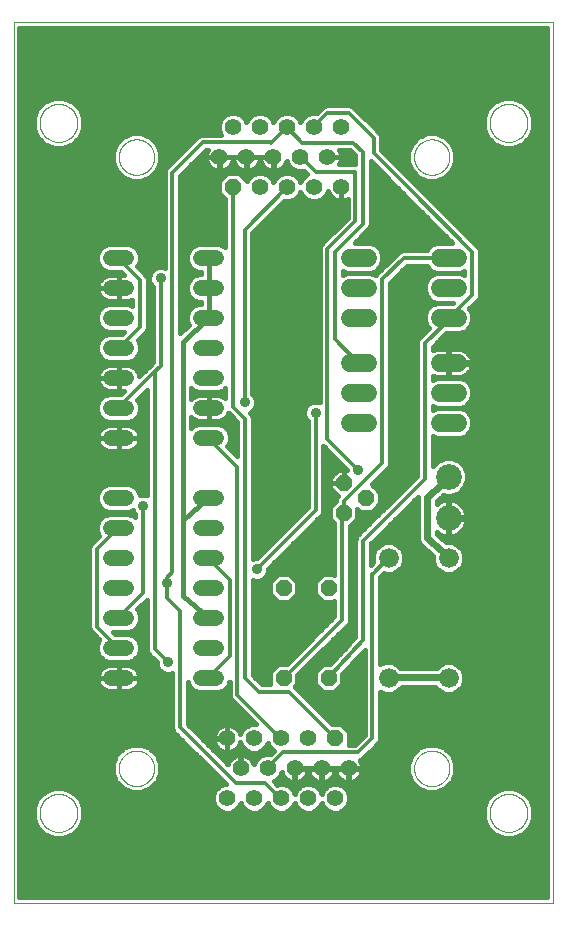
<source format=gtl>
G75*
%MOIN*%
%OFA0B0*%
%FSLAX25Y25*%
%IPPOS*%
%LPD*%
%AMOC8*
5,1,8,0,0,1.08239X$1,22.5*
%
%ADD10C,0.00000*%
%ADD11C,0.05543*%
%ADD12OC8,0.05543*%
%ADD13C,0.06600*%
%ADD14C,0.05200*%
%ADD15C,0.08600*%
%ADD16C,0.06000*%
%ADD17OC8,0.05200*%
%ADD18C,0.01600*%
%ADD19C,0.03569*%
%ADD20C,0.02400*%
%ADD21C,0.01181*%
%ADD22C,0.01200*%
D10*
X0016800Y0025748D02*
X0016800Y0319449D01*
X0196721Y0319449D01*
X0196721Y0025748D01*
X0016800Y0025748D01*
X0025501Y0055748D02*
X0025503Y0055906D01*
X0025509Y0056064D01*
X0025519Y0056222D01*
X0025533Y0056380D01*
X0025551Y0056537D01*
X0025572Y0056694D01*
X0025598Y0056850D01*
X0025628Y0057006D01*
X0025661Y0057161D01*
X0025699Y0057314D01*
X0025740Y0057467D01*
X0025785Y0057619D01*
X0025834Y0057770D01*
X0025887Y0057919D01*
X0025943Y0058067D01*
X0026003Y0058213D01*
X0026067Y0058358D01*
X0026135Y0058501D01*
X0026206Y0058643D01*
X0026280Y0058783D01*
X0026358Y0058920D01*
X0026440Y0059056D01*
X0026524Y0059190D01*
X0026613Y0059321D01*
X0026704Y0059450D01*
X0026799Y0059577D01*
X0026896Y0059702D01*
X0026997Y0059824D01*
X0027101Y0059943D01*
X0027208Y0060060D01*
X0027318Y0060174D01*
X0027431Y0060285D01*
X0027546Y0060394D01*
X0027664Y0060499D01*
X0027785Y0060601D01*
X0027908Y0060701D01*
X0028034Y0060797D01*
X0028162Y0060890D01*
X0028292Y0060980D01*
X0028425Y0061066D01*
X0028560Y0061150D01*
X0028696Y0061229D01*
X0028835Y0061306D01*
X0028976Y0061378D01*
X0029118Y0061448D01*
X0029262Y0061513D01*
X0029408Y0061575D01*
X0029555Y0061633D01*
X0029704Y0061688D01*
X0029854Y0061739D01*
X0030005Y0061786D01*
X0030157Y0061829D01*
X0030310Y0061868D01*
X0030465Y0061904D01*
X0030620Y0061935D01*
X0030776Y0061963D01*
X0030932Y0061987D01*
X0031089Y0062007D01*
X0031247Y0062023D01*
X0031404Y0062035D01*
X0031563Y0062043D01*
X0031721Y0062047D01*
X0031879Y0062047D01*
X0032037Y0062043D01*
X0032196Y0062035D01*
X0032353Y0062023D01*
X0032511Y0062007D01*
X0032668Y0061987D01*
X0032824Y0061963D01*
X0032980Y0061935D01*
X0033135Y0061904D01*
X0033290Y0061868D01*
X0033443Y0061829D01*
X0033595Y0061786D01*
X0033746Y0061739D01*
X0033896Y0061688D01*
X0034045Y0061633D01*
X0034192Y0061575D01*
X0034338Y0061513D01*
X0034482Y0061448D01*
X0034624Y0061378D01*
X0034765Y0061306D01*
X0034904Y0061229D01*
X0035040Y0061150D01*
X0035175Y0061066D01*
X0035308Y0060980D01*
X0035438Y0060890D01*
X0035566Y0060797D01*
X0035692Y0060701D01*
X0035815Y0060601D01*
X0035936Y0060499D01*
X0036054Y0060394D01*
X0036169Y0060285D01*
X0036282Y0060174D01*
X0036392Y0060060D01*
X0036499Y0059943D01*
X0036603Y0059824D01*
X0036704Y0059702D01*
X0036801Y0059577D01*
X0036896Y0059450D01*
X0036987Y0059321D01*
X0037076Y0059190D01*
X0037160Y0059056D01*
X0037242Y0058920D01*
X0037320Y0058783D01*
X0037394Y0058643D01*
X0037465Y0058501D01*
X0037533Y0058358D01*
X0037597Y0058213D01*
X0037657Y0058067D01*
X0037713Y0057919D01*
X0037766Y0057770D01*
X0037815Y0057619D01*
X0037860Y0057467D01*
X0037901Y0057314D01*
X0037939Y0057161D01*
X0037972Y0057006D01*
X0038002Y0056850D01*
X0038028Y0056694D01*
X0038049Y0056537D01*
X0038067Y0056380D01*
X0038081Y0056222D01*
X0038091Y0056064D01*
X0038097Y0055906D01*
X0038099Y0055748D01*
X0038097Y0055590D01*
X0038091Y0055432D01*
X0038081Y0055274D01*
X0038067Y0055116D01*
X0038049Y0054959D01*
X0038028Y0054802D01*
X0038002Y0054646D01*
X0037972Y0054490D01*
X0037939Y0054335D01*
X0037901Y0054182D01*
X0037860Y0054029D01*
X0037815Y0053877D01*
X0037766Y0053726D01*
X0037713Y0053577D01*
X0037657Y0053429D01*
X0037597Y0053283D01*
X0037533Y0053138D01*
X0037465Y0052995D01*
X0037394Y0052853D01*
X0037320Y0052713D01*
X0037242Y0052576D01*
X0037160Y0052440D01*
X0037076Y0052306D01*
X0036987Y0052175D01*
X0036896Y0052046D01*
X0036801Y0051919D01*
X0036704Y0051794D01*
X0036603Y0051672D01*
X0036499Y0051553D01*
X0036392Y0051436D01*
X0036282Y0051322D01*
X0036169Y0051211D01*
X0036054Y0051102D01*
X0035936Y0050997D01*
X0035815Y0050895D01*
X0035692Y0050795D01*
X0035566Y0050699D01*
X0035438Y0050606D01*
X0035308Y0050516D01*
X0035175Y0050430D01*
X0035040Y0050346D01*
X0034904Y0050267D01*
X0034765Y0050190D01*
X0034624Y0050118D01*
X0034482Y0050048D01*
X0034338Y0049983D01*
X0034192Y0049921D01*
X0034045Y0049863D01*
X0033896Y0049808D01*
X0033746Y0049757D01*
X0033595Y0049710D01*
X0033443Y0049667D01*
X0033290Y0049628D01*
X0033135Y0049592D01*
X0032980Y0049561D01*
X0032824Y0049533D01*
X0032668Y0049509D01*
X0032511Y0049489D01*
X0032353Y0049473D01*
X0032196Y0049461D01*
X0032037Y0049453D01*
X0031879Y0049449D01*
X0031721Y0049449D01*
X0031563Y0049453D01*
X0031404Y0049461D01*
X0031247Y0049473D01*
X0031089Y0049489D01*
X0030932Y0049509D01*
X0030776Y0049533D01*
X0030620Y0049561D01*
X0030465Y0049592D01*
X0030310Y0049628D01*
X0030157Y0049667D01*
X0030005Y0049710D01*
X0029854Y0049757D01*
X0029704Y0049808D01*
X0029555Y0049863D01*
X0029408Y0049921D01*
X0029262Y0049983D01*
X0029118Y0050048D01*
X0028976Y0050118D01*
X0028835Y0050190D01*
X0028696Y0050267D01*
X0028560Y0050346D01*
X0028425Y0050430D01*
X0028292Y0050516D01*
X0028162Y0050606D01*
X0028034Y0050699D01*
X0027908Y0050795D01*
X0027785Y0050895D01*
X0027664Y0050997D01*
X0027546Y0051102D01*
X0027431Y0051211D01*
X0027318Y0051322D01*
X0027208Y0051436D01*
X0027101Y0051553D01*
X0026997Y0051672D01*
X0026896Y0051794D01*
X0026799Y0051919D01*
X0026704Y0052046D01*
X0026613Y0052175D01*
X0026524Y0052306D01*
X0026440Y0052440D01*
X0026358Y0052576D01*
X0026280Y0052713D01*
X0026206Y0052853D01*
X0026135Y0052995D01*
X0026067Y0053138D01*
X0026003Y0053283D01*
X0025943Y0053429D01*
X0025887Y0053577D01*
X0025834Y0053726D01*
X0025785Y0053877D01*
X0025740Y0054029D01*
X0025699Y0054182D01*
X0025661Y0054335D01*
X0025628Y0054490D01*
X0025598Y0054646D01*
X0025572Y0054802D01*
X0025551Y0054959D01*
X0025533Y0055116D01*
X0025519Y0055274D01*
X0025509Y0055432D01*
X0025503Y0055590D01*
X0025501Y0055748D01*
X0051881Y0070619D02*
X0051883Y0070772D01*
X0051889Y0070926D01*
X0051899Y0071079D01*
X0051913Y0071231D01*
X0051931Y0071384D01*
X0051953Y0071535D01*
X0051978Y0071686D01*
X0052008Y0071837D01*
X0052042Y0071987D01*
X0052079Y0072135D01*
X0052120Y0072283D01*
X0052165Y0072429D01*
X0052214Y0072575D01*
X0052267Y0072719D01*
X0052323Y0072861D01*
X0052383Y0073002D01*
X0052447Y0073142D01*
X0052514Y0073280D01*
X0052585Y0073416D01*
X0052660Y0073550D01*
X0052737Y0073682D01*
X0052819Y0073812D01*
X0052903Y0073940D01*
X0052991Y0074066D01*
X0053082Y0074189D01*
X0053176Y0074310D01*
X0053274Y0074428D01*
X0053374Y0074544D01*
X0053478Y0074657D01*
X0053584Y0074768D01*
X0053693Y0074876D01*
X0053805Y0074981D01*
X0053919Y0075082D01*
X0054037Y0075181D01*
X0054156Y0075277D01*
X0054278Y0075370D01*
X0054403Y0075459D01*
X0054530Y0075546D01*
X0054659Y0075628D01*
X0054790Y0075708D01*
X0054923Y0075784D01*
X0055058Y0075857D01*
X0055195Y0075926D01*
X0055334Y0075991D01*
X0055474Y0076053D01*
X0055616Y0076111D01*
X0055759Y0076166D01*
X0055904Y0076217D01*
X0056050Y0076264D01*
X0056197Y0076307D01*
X0056345Y0076346D01*
X0056494Y0076382D01*
X0056644Y0076413D01*
X0056795Y0076441D01*
X0056946Y0076465D01*
X0057099Y0076485D01*
X0057251Y0076501D01*
X0057404Y0076513D01*
X0057557Y0076521D01*
X0057710Y0076525D01*
X0057864Y0076525D01*
X0058017Y0076521D01*
X0058170Y0076513D01*
X0058323Y0076501D01*
X0058475Y0076485D01*
X0058628Y0076465D01*
X0058779Y0076441D01*
X0058930Y0076413D01*
X0059080Y0076382D01*
X0059229Y0076346D01*
X0059377Y0076307D01*
X0059524Y0076264D01*
X0059670Y0076217D01*
X0059815Y0076166D01*
X0059958Y0076111D01*
X0060100Y0076053D01*
X0060240Y0075991D01*
X0060379Y0075926D01*
X0060516Y0075857D01*
X0060651Y0075784D01*
X0060784Y0075708D01*
X0060915Y0075628D01*
X0061044Y0075546D01*
X0061171Y0075459D01*
X0061296Y0075370D01*
X0061418Y0075277D01*
X0061537Y0075181D01*
X0061655Y0075082D01*
X0061769Y0074981D01*
X0061881Y0074876D01*
X0061990Y0074768D01*
X0062096Y0074657D01*
X0062200Y0074544D01*
X0062300Y0074428D01*
X0062398Y0074310D01*
X0062492Y0074189D01*
X0062583Y0074066D01*
X0062671Y0073940D01*
X0062755Y0073812D01*
X0062837Y0073682D01*
X0062914Y0073550D01*
X0062989Y0073416D01*
X0063060Y0073280D01*
X0063127Y0073142D01*
X0063191Y0073002D01*
X0063251Y0072861D01*
X0063307Y0072719D01*
X0063360Y0072575D01*
X0063409Y0072429D01*
X0063454Y0072283D01*
X0063495Y0072135D01*
X0063532Y0071987D01*
X0063566Y0071837D01*
X0063596Y0071686D01*
X0063621Y0071535D01*
X0063643Y0071384D01*
X0063661Y0071231D01*
X0063675Y0071079D01*
X0063685Y0070926D01*
X0063691Y0070772D01*
X0063693Y0070619D01*
X0063691Y0070466D01*
X0063685Y0070312D01*
X0063675Y0070159D01*
X0063661Y0070007D01*
X0063643Y0069854D01*
X0063621Y0069703D01*
X0063596Y0069552D01*
X0063566Y0069401D01*
X0063532Y0069251D01*
X0063495Y0069103D01*
X0063454Y0068955D01*
X0063409Y0068809D01*
X0063360Y0068663D01*
X0063307Y0068519D01*
X0063251Y0068377D01*
X0063191Y0068236D01*
X0063127Y0068096D01*
X0063060Y0067958D01*
X0062989Y0067822D01*
X0062914Y0067688D01*
X0062837Y0067556D01*
X0062755Y0067426D01*
X0062671Y0067298D01*
X0062583Y0067172D01*
X0062492Y0067049D01*
X0062398Y0066928D01*
X0062300Y0066810D01*
X0062200Y0066694D01*
X0062096Y0066581D01*
X0061990Y0066470D01*
X0061881Y0066362D01*
X0061769Y0066257D01*
X0061655Y0066156D01*
X0061537Y0066057D01*
X0061418Y0065961D01*
X0061296Y0065868D01*
X0061171Y0065779D01*
X0061044Y0065692D01*
X0060915Y0065610D01*
X0060784Y0065530D01*
X0060651Y0065454D01*
X0060516Y0065381D01*
X0060379Y0065312D01*
X0060240Y0065247D01*
X0060100Y0065185D01*
X0059958Y0065127D01*
X0059815Y0065072D01*
X0059670Y0065021D01*
X0059524Y0064974D01*
X0059377Y0064931D01*
X0059229Y0064892D01*
X0059080Y0064856D01*
X0058930Y0064825D01*
X0058779Y0064797D01*
X0058628Y0064773D01*
X0058475Y0064753D01*
X0058323Y0064737D01*
X0058170Y0064725D01*
X0058017Y0064717D01*
X0057864Y0064713D01*
X0057710Y0064713D01*
X0057557Y0064717D01*
X0057404Y0064725D01*
X0057251Y0064737D01*
X0057099Y0064753D01*
X0056946Y0064773D01*
X0056795Y0064797D01*
X0056644Y0064825D01*
X0056494Y0064856D01*
X0056345Y0064892D01*
X0056197Y0064931D01*
X0056050Y0064974D01*
X0055904Y0065021D01*
X0055759Y0065072D01*
X0055616Y0065127D01*
X0055474Y0065185D01*
X0055334Y0065247D01*
X0055195Y0065312D01*
X0055058Y0065381D01*
X0054923Y0065454D01*
X0054790Y0065530D01*
X0054659Y0065610D01*
X0054530Y0065692D01*
X0054403Y0065779D01*
X0054278Y0065868D01*
X0054156Y0065961D01*
X0054037Y0066057D01*
X0053919Y0066156D01*
X0053805Y0066257D01*
X0053693Y0066362D01*
X0053584Y0066470D01*
X0053478Y0066581D01*
X0053374Y0066694D01*
X0053274Y0066810D01*
X0053176Y0066928D01*
X0053082Y0067049D01*
X0052991Y0067172D01*
X0052903Y0067298D01*
X0052819Y0067426D01*
X0052737Y0067556D01*
X0052660Y0067688D01*
X0052585Y0067822D01*
X0052514Y0067958D01*
X0052447Y0068096D01*
X0052383Y0068236D01*
X0052323Y0068377D01*
X0052267Y0068519D01*
X0052214Y0068663D01*
X0052165Y0068809D01*
X0052120Y0068955D01*
X0052079Y0069103D01*
X0052042Y0069251D01*
X0052008Y0069401D01*
X0051978Y0069552D01*
X0051953Y0069703D01*
X0051931Y0069854D01*
X0051913Y0070007D01*
X0051899Y0070159D01*
X0051889Y0070312D01*
X0051883Y0070466D01*
X0051881Y0070619D01*
X0150306Y0070619D02*
X0150308Y0070772D01*
X0150314Y0070926D01*
X0150324Y0071079D01*
X0150338Y0071231D01*
X0150356Y0071384D01*
X0150378Y0071535D01*
X0150403Y0071686D01*
X0150433Y0071837D01*
X0150467Y0071987D01*
X0150504Y0072135D01*
X0150545Y0072283D01*
X0150590Y0072429D01*
X0150639Y0072575D01*
X0150692Y0072719D01*
X0150748Y0072861D01*
X0150808Y0073002D01*
X0150872Y0073142D01*
X0150939Y0073280D01*
X0151010Y0073416D01*
X0151085Y0073550D01*
X0151162Y0073682D01*
X0151244Y0073812D01*
X0151328Y0073940D01*
X0151416Y0074066D01*
X0151507Y0074189D01*
X0151601Y0074310D01*
X0151699Y0074428D01*
X0151799Y0074544D01*
X0151903Y0074657D01*
X0152009Y0074768D01*
X0152118Y0074876D01*
X0152230Y0074981D01*
X0152344Y0075082D01*
X0152462Y0075181D01*
X0152581Y0075277D01*
X0152703Y0075370D01*
X0152828Y0075459D01*
X0152955Y0075546D01*
X0153084Y0075628D01*
X0153215Y0075708D01*
X0153348Y0075784D01*
X0153483Y0075857D01*
X0153620Y0075926D01*
X0153759Y0075991D01*
X0153899Y0076053D01*
X0154041Y0076111D01*
X0154184Y0076166D01*
X0154329Y0076217D01*
X0154475Y0076264D01*
X0154622Y0076307D01*
X0154770Y0076346D01*
X0154919Y0076382D01*
X0155069Y0076413D01*
X0155220Y0076441D01*
X0155371Y0076465D01*
X0155524Y0076485D01*
X0155676Y0076501D01*
X0155829Y0076513D01*
X0155982Y0076521D01*
X0156135Y0076525D01*
X0156289Y0076525D01*
X0156442Y0076521D01*
X0156595Y0076513D01*
X0156748Y0076501D01*
X0156900Y0076485D01*
X0157053Y0076465D01*
X0157204Y0076441D01*
X0157355Y0076413D01*
X0157505Y0076382D01*
X0157654Y0076346D01*
X0157802Y0076307D01*
X0157949Y0076264D01*
X0158095Y0076217D01*
X0158240Y0076166D01*
X0158383Y0076111D01*
X0158525Y0076053D01*
X0158665Y0075991D01*
X0158804Y0075926D01*
X0158941Y0075857D01*
X0159076Y0075784D01*
X0159209Y0075708D01*
X0159340Y0075628D01*
X0159469Y0075546D01*
X0159596Y0075459D01*
X0159721Y0075370D01*
X0159843Y0075277D01*
X0159962Y0075181D01*
X0160080Y0075082D01*
X0160194Y0074981D01*
X0160306Y0074876D01*
X0160415Y0074768D01*
X0160521Y0074657D01*
X0160625Y0074544D01*
X0160725Y0074428D01*
X0160823Y0074310D01*
X0160917Y0074189D01*
X0161008Y0074066D01*
X0161096Y0073940D01*
X0161180Y0073812D01*
X0161262Y0073682D01*
X0161339Y0073550D01*
X0161414Y0073416D01*
X0161485Y0073280D01*
X0161552Y0073142D01*
X0161616Y0073002D01*
X0161676Y0072861D01*
X0161732Y0072719D01*
X0161785Y0072575D01*
X0161834Y0072429D01*
X0161879Y0072283D01*
X0161920Y0072135D01*
X0161957Y0071987D01*
X0161991Y0071837D01*
X0162021Y0071686D01*
X0162046Y0071535D01*
X0162068Y0071384D01*
X0162086Y0071231D01*
X0162100Y0071079D01*
X0162110Y0070926D01*
X0162116Y0070772D01*
X0162118Y0070619D01*
X0162116Y0070466D01*
X0162110Y0070312D01*
X0162100Y0070159D01*
X0162086Y0070007D01*
X0162068Y0069854D01*
X0162046Y0069703D01*
X0162021Y0069552D01*
X0161991Y0069401D01*
X0161957Y0069251D01*
X0161920Y0069103D01*
X0161879Y0068955D01*
X0161834Y0068809D01*
X0161785Y0068663D01*
X0161732Y0068519D01*
X0161676Y0068377D01*
X0161616Y0068236D01*
X0161552Y0068096D01*
X0161485Y0067958D01*
X0161414Y0067822D01*
X0161339Y0067688D01*
X0161262Y0067556D01*
X0161180Y0067426D01*
X0161096Y0067298D01*
X0161008Y0067172D01*
X0160917Y0067049D01*
X0160823Y0066928D01*
X0160725Y0066810D01*
X0160625Y0066694D01*
X0160521Y0066581D01*
X0160415Y0066470D01*
X0160306Y0066362D01*
X0160194Y0066257D01*
X0160080Y0066156D01*
X0159962Y0066057D01*
X0159843Y0065961D01*
X0159721Y0065868D01*
X0159596Y0065779D01*
X0159469Y0065692D01*
X0159340Y0065610D01*
X0159209Y0065530D01*
X0159076Y0065454D01*
X0158941Y0065381D01*
X0158804Y0065312D01*
X0158665Y0065247D01*
X0158525Y0065185D01*
X0158383Y0065127D01*
X0158240Y0065072D01*
X0158095Y0065021D01*
X0157949Y0064974D01*
X0157802Y0064931D01*
X0157654Y0064892D01*
X0157505Y0064856D01*
X0157355Y0064825D01*
X0157204Y0064797D01*
X0157053Y0064773D01*
X0156900Y0064753D01*
X0156748Y0064737D01*
X0156595Y0064725D01*
X0156442Y0064717D01*
X0156289Y0064713D01*
X0156135Y0064713D01*
X0155982Y0064717D01*
X0155829Y0064725D01*
X0155676Y0064737D01*
X0155524Y0064753D01*
X0155371Y0064773D01*
X0155220Y0064797D01*
X0155069Y0064825D01*
X0154919Y0064856D01*
X0154770Y0064892D01*
X0154622Y0064931D01*
X0154475Y0064974D01*
X0154329Y0065021D01*
X0154184Y0065072D01*
X0154041Y0065127D01*
X0153899Y0065185D01*
X0153759Y0065247D01*
X0153620Y0065312D01*
X0153483Y0065381D01*
X0153348Y0065454D01*
X0153215Y0065530D01*
X0153084Y0065610D01*
X0152955Y0065692D01*
X0152828Y0065779D01*
X0152703Y0065868D01*
X0152581Y0065961D01*
X0152462Y0066057D01*
X0152344Y0066156D01*
X0152230Y0066257D01*
X0152118Y0066362D01*
X0152009Y0066470D01*
X0151903Y0066581D01*
X0151799Y0066694D01*
X0151699Y0066810D01*
X0151601Y0066928D01*
X0151507Y0067049D01*
X0151416Y0067172D01*
X0151328Y0067298D01*
X0151244Y0067426D01*
X0151162Y0067556D01*
X0151085Y0067688D01*
X0151010Y0067822D01*
X0150939Y0067958D01*
X0150872Y0068096D01*
X0150808Y0068236D01*
X0150748Y0068377D01*
X0150692Y0068519D01*
X0150639Y0068663D01*
X0150590Y0068809D01*
X0150545Y0068955D01*
X0150504Y0069103D01*
X0150467Y0069251D01*
X0150433Y0069401D01*
X0150403Y0069552D01*
X0150378Y0069703D01*
X0150356Y0069854D01*
X0150338Y0070007D01*
X0150324Y0070159D01*
X0150314Y0070312D01*
X0150308Y0070466D01*
X0150306Y0070619D01*
X0175501Y0055748D02*
X0175503Y0055906D01*
X0175509Y0056064D01*
X0175519Y0056222D01*
X0175533Y0056380D01*
X0175551Y0056537D01*
X0175572Y0056694D01*
X0175598Y0056850D01*
X0175628Y0057006D01*
X0175661Y0057161D01*
X0175699Y0057314D01*
X0175740Y0057467D01*
X0175785Y0057619D01*
X0175834Y0057770D01*
X0175887Y0057919D01*
X0175943Y0058067D01*
X0176003Y0058213D01*
X0176067Y0058358D01*
X0176135Y0058501D01*
X0176206Y0058643D01*
X0176280Y0058783D01*
X0176358Y0058920D01*
X0176440Y0059056D01*
X0176524Y0059190D01*
X0176613Y0059321D01*
X0176704Y0059450D01*
X0176799Y0059577D01*
X0176896Y0059702D01*
X0176997Y0059824D01*
X0177101Y0059943D01*
X0177208Y0060060D01*
X0177318Y0060174D01*
X0177431Y0060285D01*
X0177546Y0060394D01*
X0177664Y0060499D01*
X0177785Y0060601D01*
X0177908Y0060701D01*
X0178034Y0060797D01*
X0178162Y0060890D01*
X0178292Y0060980D01*
X0178425Y0061066D01*
X0178560Y0061150D01*
X0178696Y0061229D01*
X0178835Y0061306D01*
X0178976Y0061378D01*
X0179118Y0061448D01*
X0179262Y0061513D01*
X0179408Y0061575D01*
X0179555Y0061633D01*
X0179704Y0061688D01*
X0179854Y0061739D01*
X0180005Y0061786D01*
X0180157Y0061829D01*
X0180310Y0061868D01*
X0180465Y0061904D01*
X0180620Y0061935D01*
X0180776Y0061963D01*
X0180932Y0061987D01*
X0181089Y0062007D01*
X0181247Y0062023D01*
X0181404Y0062035D01*
X0181563Y0062043D01*
X0181721Y0062047D01*
X0181879Y0062047D01*
X0182037Y0062043D01*
X0182196Y0062035D01*
X0182353Y0062023D01*
X0182511Y0062007D01*
X0182668Y0061987D01*
X0182824Y0061963D01*
X0182980Y0061935D01*
X0183135Y0061904D01*
X0183290Y0061868D01*
X0183443Y0061829D01*
X0183595Y0061786D01*
X0183746Y0061739D01*
X0183896Y0061688D01*
X0184045Y0061633D01*
X0184192Y0061575D01*
X0184338Y0061513D01*
X0184482Y0061448D01*
X0184624Y0061378D01*
X0184765Y0061306D01*
X0184904Y0061229D01*
X0185040Y0061150D01*
X0185175Y0061066D01*
X0185308Y0060980D01*
X0185438Y0060890D01*
X0185566Y0060797D01*
X0185692Y0060701D01*
X0185815Y0060601D01*
X0185936Y0060499D01*
X0186054Y0060394D01*
X0186169Y0060285D01*
X0186282Y0060174D01*
X0186392Y0060060D01*
X0186499Y0059943D01*
X0186603Y0059824D01*
X0186704Y0059702D01*
X0186801Y0059577D01*
X0186896Y0059450D01*
X0186987Y0059321D01*
X0187076Y0059190D01*
X0187160Y0059056D01*
X0187242Y0058920D01*
X0187320Y0058783D01*
X0187394Y0058643D01*
X0187465Y0058501D01*
X0187533Y0058358D01*
X0187597Y0058213D01*
X0187657Y0058067D01*
X0187713Y0057919D01*
X0187766Y0057770D01*
X0187815Y0057619D01*
X0187860Y0057467D01*
X0187901Y0057314D01*
X0187939Y0057161D01*
X0187972Y0057006D01*
X0188002Y0056850D01*
X0188028Y0056694D01*
X0188049Y0056537D01*
X0188067Y0056380D01*
X0188081Y0056222D01*
X0188091Y0056064D01*
X0188097Y0055906D01*
X0188099Y0055748D01*
X0188097Y0055590D01*
X0188091Y0055432D01*
X0188081Y0055274D01*
X0188067Y0055116D01*
X0188049Y0054959D01*
X0188028Y0054802D01*
X0188002Y0054646D01*
X0187972Y0054490D01*
X0187939Y0054335D01*
X0187901Y0054182D01*
X0187860Y0054029D01*
X0187815Y0053877D01*
X0187766Y0053726D01*
X0187713Y0053577D01*
X0187657Y0053429D01*
X0187597Y0053283D01*
X0187533Y0053138D01*
X0187465Y0052995D01*
X0187394Y0052853D01*
X0187320Y0052713D01*
X0187242Y0052576D01*
X0187160Y0052440D01*
X0187076Y0052306D01*
X0186987Y0052175D01*
X0186896Y0052046D01*
X0186801Y0051919D01*
X0186704Y0051794D01*
X0186603Y0051672D01*
X0186499Y0051553D01*
X0186392Y0051436D01*
X0186282Y0051322D01*
X0186169Y0051211D01*
X0186054Y0051102D01*
X0185936Y0050997D01*
X0185815Y0050895D01*
X0185692Y0050795D01*
X0185566Y0050699D01*
X0185438Y0050606D01*
X0185308Y0050516D01*
X0185175Y0050430D01*
X0185040Y0050346D01*
X0184904Y0050267D01*
X0184765Y0050190D01*
X0184624Y0050118D01*
X0184482Y0050048D01*
X0184338Y0049983D01*
X0184192Y0049921D01*
X0184045Y0049863D01*
X0183896Y0049808D01*
X0183746Y0049757D01*
X0183595Y0049710D01*
X0183443Y0049667D01*
X0183290Y0049628D01*
X0183135Y0049592D01*
X0182980Y0049561D01*
X0182824Y0049533D01*
X0182668Y0049509D01*
X0182511Y0049489D01*
X0182353Y0049473D01*
X0182196Y0049461D01*
X0182037Y0049453D01*
X0181879Y0049449D01*
X0181721Y0049449D01*
X0181563Y0049453D01*
X0181404Y0049461D01*
X0181247Y0049473D01*
X0181089Y0049489D01*
X0180932Y0049509D01*
X0180776Y0049533D01*
X0180620Y0049561D01*
X0180465Y0049592D01*
X0180310Y0049628D01*
X0180157Y0049667D01*
X0180005Y0049710D01*
X0179854Y0049757D01*
X0179704Y0049808D01*
X0179555Y0049863D01*
X0179408Y0049921D01*
X0179262Y0049983D01*
X0179118Y0050048D01*
X0178976Y0050118D01*
X0178835Y0050190D01*
X0178696Y0050267D01*
X0178560Y0050346D01*
X0178425Y0050430D01*
X0178292Y0050516D01*
X0178162Y0050606D01*
X0178034Y0050699D01*
X0177908Y0050795D01*
X0177785Y0050895D01*
X0177664Y0050997D01*
X0177546Y0051102D01*
X0177431Y0051211D01*
X0177318Y0051322D01*
X0177208Y0051436D01*
X0177101Y0051553D01*
X0176997Y0051672D01*
X0176896Y0051794D01*
X0176799Y0051919D01*
X0176704Y0052046D01*
X0176613Y0052175D01*
X0176524Y0052306D01*
X0176440Y0052440D01*
X0176358Y0052576D01*
X0176280Y0052713D01*
X0176206Y0052853D01*
X0176135Y0052995D01*
X0176067Y0053138D01*
X0176003Y0053283D01*
X0175943Y0053429D01*
X0175887Y0053577D01*
X0175834Y0053726D01*
X0175785Y0053877D01*
X0175740Y0054029D01*
X0175699Y0054182D01*
X0175661Y0054335D01*
X0175628Y0054490D01*
X0175598Y0054646D01*
X0175572Y0054802D01*
X0175551Y0054959D01*
X0175533Y0055116D01*
X0175519Y0055274D01*
X0175509Y0055432D01*
X0175503Y0055590D01*
X0175501Y0055748D01*
X0150306Y0274384D02*
X0150308Y0274537D01*
X0150314Y0274691D01*
X0150324Y0274844D01*
X0150338Y0274996D01*
X0150356Y0275149D01*
X0150378Y0275300D01*
X0150403Y0275451D01*
X0150433Y0275602D01*
X0150467Y0275752D01*
X0150504Y0275900D01*
X0150545Y0276048D01*
X0150590Y0276194D01*
X0150639Y0276340D01*
X0150692Y0276484D01*
X0150748Y0276626D01*
X0150808Y0276767D01*
X0150872Y0276907D01*
X0150939Y0277045D01*
X0151010Y0277181D01*
X0151085Y0277315D01*
X0151162Y0277447D01*
X0151244Y0277577D01*
X0151328Y0277705D01*
X0151416Y0277831D01*
X0151507Y0277954D01*
X0151601Y0278075D01*
X0151699Y0278193D01*
X0151799Y0278309D01*
X0151903Y0278422D01*
X0152009Y0278533D01*
X0152118Y0278641D01*
X0152230Y0278746D01*
X0152344Y0278847D01*
X0152462Y0278946D01*
X0152581Y0279042D01*
X0152703Y0279135D01*
X0152828Y0279224D01*
X0152955Y0279311D01*
X0153084Y0279393D01*
X0153215Y0279473D01*
X0153348Y0279549D01*
X0153483Y0279622D01*
X0153620Y0279691D01*
X0153759Y0279756D01*
X0153899Y0279818D01*
X0154041Y0279876D01*
X0154184Y0279931D01*
X0154329Y0279982D01*
X0154475Y0280029D01*
X0154622Y0280072D01*
X0154770Y0280111D01*
X0154919Y0280147D01*
X0155069Y0280178D01*
X0155220Y0280206D01*
X0155371Y0280230D01*
X0155524Y0280250D01*
X0155676Y0280266D01*
X0155829Y0280278D01*
X0155982Y0280286D01*
X0156135Y0280290D01*
X0156289Y0280290D01*
X0156442Y0280286D01*
X0156595Y0280278D01*
X0156748Y0280266D01*
X0156900Y0280250D01*
X0157053Y0280230D01*
X0157204Y0280206D01*
X0157355Y0280178D01*
X0157505Y0280147D01*
X0157654Y0280111D01*
X0157802Y0280072D01*
X0157949Y0280029D01*
X0158095Y0279982D01*
X0158240Y0279931D01*
X0158383Y0279876D01*
X0158525Y0279818D01*
X0158665Y0279756D01*
X0158804Y0279691D01*
X0158941Y0279622D01*
X0159076Y0279549D01*
X0159209Y0279473D01*
X0159340Y0279393D01*
X0159469Y0279311D01*
X0159596Y0279224D01*
X0159721Y0279135D01*
X0159843Y0279042D01*
X0159962Y0278946D01*
X0160080Y0278847D01*
X0160194Y0278746D01*
X0160306Y0278641D01*
X0160415Y0278533D01*
X0160521Y0278422D01*
X0160625Y0278309D01*
X0160725Y0278193D01*
X0160823Y0278075D01*
X0160917Y0277954D01*
X0161008Y0277831D01*
X0161096Y0277705D01*
X0161180Y0277577D01*
X0161262Y0277447D01*
X0161339Y0277315D01*
X0161414Y0277181D01*
X0161485Y0277045D01*
X0161552Y0276907D01*
X0161616Y0276767D01*
X0161676Y0276626D01*
X0161732Y0276484D01*
X0161785Y0276340D01*
X0161834Y0276194D01*
X0161879Y0276048D01*
X0161920Y0275900D01*
X0161957Y0275752D01*
X0161991Y0275602D01*
X0162021Y0275451D01*
X0162046Y0275300D01*
X0162068Y0275149D01*
X0162086Y0274996D01*
X0162100Y0274844D01*
X0162110Y0274691D01*
X0162116Y0274537D01*
X0162118Y0274384D01*
X0162116Y0274231D01*
X0162110Y0274077D01*
X0162100Y0273924D01*
X0162086Y0273772D01*
X0162068Y0273619D01*
X0162046Y0273468D01*
X0162021Y0273317D01*
X0161991Y0273166D01*
X0161957Y0273016D01*
X0161920Y0272868D01*
X0161879Y0272720D01*
X0161834Y0272574D01*
X0161785Y0272428D01*
X0161732Y0272284D01*
X0161676Y0272142D01*
X0161616Y0272001D01*
X0161552Y0271861D01*
X0161485Y0271723D01*
X0161414Y0271587D01*
X0161339Y0271453D01*
X0161262Y0271321D01*
X0161180Y0271191D01*
X0161096Y0271063D01*
X0161008Y0270937D01*
X0160917Y0270814D01*
X0160823Y0270693D01*
X0160725Y0270575D01*
X0160625Y0270459D01*
X0160521Y0270346D01*
X0160415Y0270235D01*
X0160306Y0270127D01*
X0160194Y0270022D01*
X0160080Y0269921D01*
X0159962Y0269822D01*
X0159843Y0269726D01*
X0159721Y0269633D01*
X0159596Y0269544D01*
X0159469Y0269457D01*
X0159340Y0269375D01*
X0159209Y0269295D01*
X0159076Y0269219D01*
X0158941Y0269146D01*
X0158804Y0269077D01*
X0158665Y0269012D01*
X0158525Y0268950D01*
X0158383Y0268892D01*
X0158240Y0268837D01*
X0158095Y0268786D01*
X0157949Y0268739D01*
X0157802Y0268696D01*
X0157654Y0268657D01*
X0157505Y0268621D01*
X0157355Y0268590D01*
X0157204Y0268562D01*
X0157053Y0268538D01*
X0156900Y0268518D01*
X0156748Y0268502D01*
X0156595Y0268490D01*
X0156442Y0268482D01*
X0156289Y0268478D01*
X0156135Y0268478D01*
X0155982Y0268482D01*
X0155829Y0268490D01*
X0155676Y0268502D01*
X0155524Y0268518D01*
X0155371Y0268538D01*
X0155220Y0268562D01*
X0155069Y0268590D01*
X0154919Y0268621D01*
X0154770Y0268657D01*
X0154622Y0268696D01*
X0154475Y0268739D01*
X0154329Y0268786D01*
X0154184Y0268837D01*
X0154041Y0268892D01*
X0153899Y0268950D01*
X0153759Y0269012D01*
X0153620Y0269077D01*
X0153483Y0269146D01*
X0153348Y0269219D01*
X0153215Y0269295D01*
X0153084Y0269375D01*
X0152955Y0269457D01*
X0152828Y0269544D01*
X0152703Y0269633D01*
X0152581Y0269726D01*
X0152462Y0269822D01*
X0152344Y0269921D01*
X0152230Y0270022D01*
X0152118Y0270127D01*
X0152009Y0270235D01*
X0151903Y0270346D01*
X0151799Y0270459D01*
X0151699Y0270575D01*
X0151601Y0270693D01*
X0151507Y0270814D01*
X0151416Y0270937D01*
X0151328Y0271063D01*
X0151244Y0271191D01*
X0151162Y0271321D01*
X0151085Y0271453D01*
X0151010Y0271587D01*
X0150939Y0271723D01*
X0150872Y0271861D01*
X0150808Y0272001D01*
X0150748Y0272142D01*
X0150692Y0272284D01*
X0150639Y0272428D01*
X0150590Y0272574D01*
X0150545Y0272720D01*
X0150504Y0272868D01*
X0150467Y0273016D01*
X0150433Y0273166D01*
X0150403Y0273317D01*
X0150378Y0273468D01*
X0150356Y0273619D01*
X0150338Y0273772D01*
X0150324Y0273924D01*
X0150314Y0274077D01*
X0150308Y0274231D01*
X0150306Y0274384D01*
X0175501Y0285748D02*
X0175503Y0285906D01*
X0175509Y0286064D01*
X0175519Y0286222D01*
X0175533Y0286380D01*
X0175551Y0286537D01*
X0175572Y0286694D01*
X0175598Y0286850D01*
X0175628Y0287006D01*
X0175661Y0287161D01*
X0175699Y0287314D01*
X0175740Y0287467D01*
X0175785Y0287619D01*
X0175834Y0287770D01*
X0175887Y0287919D01*
X0175943Y0288067D01*
X0176003Y0288213D01*
X0176067Y0288358D01*
X0176135Y0288501D01*
X0176206Y0288643D01*
X0176280Y0288783D01*
X0176358Y0288920D01*
X0176440Y0289056D01*
X0176524Y0289190D01*
X0176613Y0289321D01*
X0176704Y0289450D01*
X0176799Y0289577D01*
X0176896Y0289702D01*
X0176997Y0289824D01*
X0177101Y0289943D01*
X0177208Y0290060D01*
X0177318Y0290174D01*
X0177431Y0290285D01*
X0177546Y0290394D01*
X0177664Y0290499D01*
X0177785Y0290601D01*
X0177908Y0290701D01*
X0178034Y0290797D01*
X0178162Y0290890D01*
X0178292Y0290980D01*
X0178425Y0291066D01*
X0178560Y0291150D01*
X0178696Y0291229D01*
X0178835Y0291306D01*
X0178976Y0291378D01*
X0179118Y0291448D01*
X0179262Y0291513D01*
X0179408Y0291575D01*
X0179555Y0291633D01*
X0179704Y0291688D01*
X0179854Y0291739D01*
X0180005Y0291786D01*
X0180157Y0291829D01*
X0180310Y0291868D01*
X0180465Y0291904D01*
X0180620Y0291935D01*
X0180776Y0291963D01*
X0180932Y0291987D01*
X0181089Y0292007D01*
X0181247Y0292023D01*
X0181404Y0292035D01*
X0181563Y0292043D01*
X0181721Y0292047D01*
X0181879Y0292047D01*
X0182037Y0292043D01*
X0182196Y0292035D01*
X0182353Y0292023D01*
X0182511Y0292007D01*
X0182668Y0291987D01*
X0182824Y0291963D01*
X0182980Y0291935D01*
X0183135Y0291904D01*
X0183290Y0291868D01*
X0183443Y0291829D01*
X0183595Y0291786D01*
X0183746Y0291739D01*
X0183896Y0291688D01*
X0184045Y0291633D01*
X0184192Y0291575D01*
X0184338Y0291513D01*
X0184482Y0291448D01*
X0184624Y0291378D01*
X0184765Y0291306D01*
X0184904Y0291229D01*
X0185040Y0291150D01*
X0185175Y0291066D01*
X0185308Y0290980D01*
X0185438Y0290890D01*
X0185566Y0290797D01*
X0185692Y0290701D01*
X0185815Y0290601D01*
X0185936Y0290499D01*
X0186054Y0290394D01*
X0186169Y0290285D01*
X0186282Y0290174D01*
X0186392Y0290060D01*
X0186499Y0289943D01*
X0186603Y0289824D01*
X0186704Y0289702D01*
X0186801Y0289577D01*
X0186896Y0289450D01*
X0186987Y0289321D01*
X0187076Y0289190D01*
X0187160Y0289056D01*
X0187242Y0288920D01*
X0187320Y0288783D01*
X0187394Y0288643D01*
X0187465Y0288501D01*
X0187533Y0288358D01*
X0187597Y0288213D01*
X0187657Y0288067D01*
X0187713Y0287919D01*
X0187766Y0287770D01*
X0187815Y0287619D01*
X0187860Y0287467D01*
X0187901Y0287314D01*
X0187939Y0287161D01*
X0187972Y0287006D01*
X0188002Y0286850D01*
X0188028Y0286694D01*
X0188049Y0286537D01*
X0188067Y0286380D01*
X0188081Y0286222D01*
X0188091Y0286064D01*
X0188097Y0285906D01*
X0188099Y0285748D01*
X0188097Y0285590D01*
X0188091Y0285432D01*
X0188081Y0285274D01*
X0188067Y0285116D01*
X0188049Y0284959D01*
X0188028Y0284802D01*
X0188002Y0284646D01*
X0187972Y0284490D01*
X0187939Y0284335D01*
X0187901Y0284182D01*
X0187860Y0284029D01*
X0187815Y0283877D01*
X0187766Y0283726D01*
X0187713Y0283577D01*
X0187657Y0283429D01*
X0187597Y0283283D01*
X0187533Y0283138D01*
X0187465Y0282995D01*
X0187394Y0282853D01*
X0187320Y0282713D01*
X0187242Y0282576D01*
X0187160Y0282440D01*
X0187076Y0282306D01*
X0186987Y0282175D01*
X0186896Y0282046D01*
X0186801Y0281919D01*
X0186704Y0281794D01*
X0186603Y0281672D01*
X0186499Y0281553D01*
X0186392Y0281436D01*
X0186282Y0281322D01*
X0186169Y0281211D01*
X0186054Y0281102D01*
X0185936Y0280997D01*
X0185815Y0280895D01*
X0185692Y0280795D01*
X0185566Y0280699D01*
X0185438Y0280606D01*
X0185308Y0280516D01*
X0185175Y0280430D01*
X0185040Y0280346D01*
X0184904Y0280267D01*
X0184765Y0280190D01*
X0184624Y0280118D01*
X0184482Y0280048D01*
X0184338Y0279983D01*
X0184192Y0279921D01*
X0184045Y0279863D01*
X0183896Y0279808D01*
X0183746Y0279757D01*
X0183595Y0279710D01*
X0183443Y0279667D01*
X0183290Y0279628D01*
X0183135Y0279592D01*
X0182980Y0279561D01*
X0182824Y0279533D01*
X0182668Y0279509D01*
X0182511Y0279489D01*
X0182353Y0279473D01*
X0182196Y0279461D01*
X0182037Y0279453D01*
X0181879Y0279449D01*
X0181721Y0279449D01*
X0181563Y0279453D01*
X0181404Y0279461D01*
X0181247Y0279473D01*
X0181089Y0279489D01*
X0180932Y0279509D01*
X0180776Y0279533D01*
X0180620Y0279561D01*
X0180465Y0279592D01*
X0180310Y0279628D01*
X0180157Y0279667D01*
X0180005Y0279710D01*
X0179854Y0279757D01*
X0179704Y0279808D01*
X0179555Y0279863D01*
X0179408Y0279921D01*
X0179262Y0279983D01*
X0179118Y0280048D01*
X0178976Y0280118D01*
X0178835Y0280190D01*
X0178696Y0280267D01*
X0178560Y0280346D01*
X0178425Y0280430D01*
X0178292Y0280516D01*
X0178162Y0280606D01*
X0178034Y0280699D01*
X0177908Y0280795D01*
X0177785Y0280895D01*
X0177664Y0280997D01*
X0177546Y0281102D01*
X0177431Y0281211D01*
X0177318Y0281322D01*
X0177208Y0281436D01*
X0177101Y0281553D01*
X0176997Y0281672D01*
X0176896Y0281794D01*
X0176799Y0281919D01*
X0176704Y0282046D01*
X0176613Y0282175D01*
X0176524Y0282306D01*
X0176440Y0282440D01*
X0176358Y0282576D01*
X0176280Y0282713D01*
X0176206Y0282853D01*
X0176135Y0282995D01*
X0176067Y0283138D01*
X0176003Y0283283D01*
X0175943Y0283429D01*
X0175887Y0283577D01*
X0175834Y0283726D01*
X0175785Y0283877D01*
X0175740Y0284029D01*
X0175699Y0284182D01*
X0175661Y0284335D01*
X0175628Y0284490D01*
X0175598Y0284646D01*
X0175572Y0284802D01*
X0175551Y0284959D01*
X0175533Y0285116D01*
X0175519Y0285274D01*
X0175509Y0285432D01*
X0175503Y0285590D01*
X0175501Y0285748D01*
X0051881Y0274384D02*
X0051883Y0274537D01*
X0051889Y0274691D01*
X0051899Y0274844D01*
X0051913Y0274996D01*
X0051931Y0275149D01*
X0051953Y0275300D01*
X0051978Y0275451D01*
X0052008Y0275602D01*
X0052042Y0275752D01*
X0052079Y0275900D01*
X0052120Y0276048D01*
X0052165Y0276194D01*
X0052214Y0276340D01*
X0052267Y0276484D01*
X0052323Y0276626D01*
X0052383Y0276767D01*
X0052447Y0276907D01*
X0052514Y0277045D01*
X0052585Y0277181D01*
X0052660Y0277315D01*
X0052737Y0277447D01*
X0052819Y0277577D01*
X0052903Y0277705D01*
X0052991Y0277831D01*
X0053082Y0277954D01*
X0053176Y0278075D01*
X0053274Y0278193D01*
X0053374Y0278309D01*
X0053478Y0278422D01*
X0053584Y0278533D01*
X0053693Y0278641D01*
X0053805Y0278746D01*
X0053919Y0278847D01*
X0054037Y0278946D01*
X0054156Y0279042D01*
X0054278Y0279135D01*
X0054403Y0279224D01*
X0054530Y0279311D01*
X0054659Y0279393D01*
X0054790Y0279473D01*
X0054923Y0279549D01*
X0055058Y0279622D01*
X0055195Y0279691D01*
X0055334Y0279756D01*
X0055474Y0279818D01*
X0055616Y0279876D01*
X0055759Y0279931D01*
X0055904Y0279982D01*
X0056050Y0280029D01*
X0056197Y0280072D01*
X0056345Y0280111D01*
X0056494Y0280147D01*
X0056644Y0280178D01*
X0056795Y0280206D01*
X0056946Y0280230D01*
X0057099Y0280250D01*
X0057251Y0280266D01*
X0057404Y0280278D01*
X0057557Y0280286D01*
X0057710Y0280290D01*
X0057864Y0280290D01*
X0058017Y0280286D01*
X0058170Y0280278D01*
X0058323Y0280266D01*
X0058475Y0280250D01*
X0058628Y0280230D01*
X0058779Y0280206D01*
X0058930Y0280178D01*
X0059080Y0280147D01*
X0059229Y0280111D01*
X0059377Y0280072D01*
X0059524Y0280029D01*
X0059670Y0279982D01*
X0059815Y0279931D01*
X0059958Y0279876D01*
X0060100Y0279818D01*
X0060240Y0279756D01*
X0060379Y0279691D01*
X0060516Y0279622D01*
X0060651Y0279549D01*
X0060784Y0279473D01*
X0060915Y0279393D01*
X0061044Y0279311D01*
X0061171Y0279224D01*
X0061296Y0279135D01*
X0061418Y0279042D01*
X0061537Y0278946D01*
X0061655Y0278847D01*
X0061769Y0278746D01*
X0061881Y0278641D01*
X0061990Y0278533D01*
X0062096Y0278422D01*
X0062200Y0278309D01*
X0062300Y0278193D01*
X0062398Y0278075D01*
X0062492Y0277954D01*
X0062583Y0277831D01*
X0062671Y0277705D01*
X0062755Y0277577D01*
X0062837Y0277447D01*
X0062914Y0277315D01*
X0062989Y0277181D01*
X0063060Y0277045D01*
X0063127Y0276907D01*
X0063191Y0276767D01*
X0063251Y0276626D01*
X0063307Y0276484D01*
X0063360Y0276340D01*
X0063409Y0276194D01*
X0063454Y0276048D01*
X0063495Y0275900D01*
X0063532Y0275752D01*
X0063566Y0275602D01*
X0063596Y0275451D01*
X0063621Y0275300D01*
X0063643Y0275149D01*
X0063661Y0274996D01*
X0063675Y0274844D01*
X0063685Y0274691D01*
X0063691Y0274537D01*
X0063693Y0274384D01*
X0063691Y0274231D01*
X0063685Y0274077D01*
X0063675Y0273924D01*
X0063661Y0273772D01*
X0063643Y0273619D01*
X0063621Y0273468D01*
X0063596Y0273317D01*
X0063566Y0273166D01*
X0063532Y0273016D01*
X0063495Y0272868D01*
X0063454Y0272720D01*
X0063409Y0272574D01*
X0063360Y0272428D01*
X0063307Y0272284D01*
X0063251Y0272142D01*
X0063191Y0272001D01*
X0063127Y0271861D01*
X0063060Y0271723D01*
X0062989Y0271587D01*
X0062914Y0271453D01*
X0062837Y0271321D01*
X0062755Y0271191D01*
X0062671Y0271063D01*
X0062583Y0270937D01*
X0062492Y0270814D01*
X0062398Y0270693D01*
X0062300Y0270575D01*
X0062200Y0270459D01*
X0062096Y0270346D01*
X0061990Y0270235D01*
X0061881Y0270127D01*
X0061769Y0270022D01*
X0061655Y0269921D01*
X0061537Y0269822D01*
X0061418Y0269726D01*
X0061296Y0269633D01*
X0061171Y0269544D01*
X0061044Y0269457D01*
X0060915Y0269375D01*
X0060784Y0269295D01*
X0060651Y0269219D01*
X0060516Y0269146D01*
X0060379Y0269077D01*
X0060240Y0269012D01*
X0060100Y0268950D01*
X0059958Y0268892D01*
X0059815Y0268837D01*
X0059670Y0268786D01*
X0059524Y0268739D01*
X0059377Y0268696D01*
X0059229Y0268657D01*
X0059080Y0268621D01*
X0058930Y0268590D01*
X0058779Y0268562D01*
X0058628Y0268538D01*
X0058475Y0268518D01*
X0058323Y0268502D01*
X0058170Y0268490D01*
X0058017Y0268482D01*
X0057864Y0268478D01*
X0057710Y0268478D01*
X0057557Y0268482D01*
X0057404Y0268490D01*
X0057251Y0268502D01*
X0057099Y0268518D01*
X0056946Y0268538D01*
X0056795Y0268562D01*
X0056644Y0268590D01*
X0056494Y0268621D01*
X0056345Y0268657D01*
X0056197Y0268696D01*
X0056050Y0268739D01*
X0055904Y0268786D01*
X0055759Y0268837D01*
X0055616Y0268892D01*
X0055474Y0268950D01*
X0055334Y0269012D01*
X0055195Y0269077D01*
X0055058Y0269146D01*
X0054923Y0269219D01*
X0054790Y0269295D01*
X0054659Y0269375D01*
X0054530Y0269457D01*
X0054403Y0269544D01*
X0054278Y0269633D01*
X0054156Y0269726D01*
X0054037Y0269822D01*
X0053919Y0269921D01*
X0053805Y0270022D01*
X0053693Y0270127D01*
X0053584Y0270235D01*
X0053478Y0270346D01*
X0053374Y0270459D01*
X0053274Y0270575D01*
X0053176Y0270693D01*
X0053082Y0270814D01*
X0052991Y0270937D01*
X0052903Y0271063D01*
X0052819Y0271191D01*
X0052737Y0271321D01*
X0052660Y0271453D01*
X0052585Y0271587D01*
X0052514Y0271723D01*
X0052447Y0271861D01*
X0052383Y0272001D01*
X0052323Y0272142D01*
X0052267Y0272284D01*
X0052214Y0272428D01*
X0052165Y0272574D01*
X0052120Y0272720D01*
X0052079Y0272868D01*
X0052042Y0273016D01*
X0052008Y0273166D01*
X0051978Y0273317D01*
X0051953Y0273468D01*
X0051931Y0273619D01*
X0051913Y0273772D01*
X0051899Y0273924D01*
X0051889Y0274077D01*
X0051883Y0274231D01*
X0051881Y0274384D01*
X0025501Y0285748D02*
X0025503Y0285906D01*
X0025509Y0286064D01*
X0025519Y0286222D01*
X0025533Y0286380D01*
X0025551Y0286537D01*
X0025572Y0286694D01*
X0025598Y0286850D01*
X0025628Y0287006D01*
X0025661Y0287161D01*
X0025699Y0287314D01*
X0025740Y0287467D01*
X0025785Y0287619D01*
X0025834Y0287770D01*
X0025887Y0287919D01*
X0025943Y0288067D01*
X0026003Y0288213D01*
X0026067Y0288358D01*
X0026135Y0288501D01*
X0026206Y0288643D01*
X0026280Y0288783D01*
X0026358Y0288920D01*
X0026440Y0289056D01*
X0026524Y0289190D01*
X0026613Y0289321D01*
X0026704Y0289450D01*
X0026799Y0289577D01*
X0026896Y0289702D01*
X0026997Y0289824D01*
X0027101Y0289943D01*
X0027208Y0290060D01*
X0027318Y0290174D01*
X0027431Y0290285D01*
X0027546Y0290394D01*
X0027664Y0290499D01*
X0027785Y0290601D01*
X0027908Y0290701D01*
X0028034Y0290797D01*
X0028162Y0290890D01*
X0028292Y0290980D01*
X0028425Y0291066D01*
X0028560Y0291150D01*
X0028696Y0291229D01*
X0028835Y0291306D01*
X0028976Y0291378D01*
X0029118Y0291448D01*
X0029262Y0291513D01*
X0029408Y0291575D01*
X0029555Y0291633D01*
X0029704Y0291688D01*
X0029854Y0291739D01*
X0030005Y0291786D01*
X0030157Y0291829D01*
X0030310Y0291868D01*
X0030465Y0291904D01*
X0030620Y0291935D01*
X0030776Y0291963D01*
X0030932Y0291987D01*
X0031089Y0292007D01*
X0031247Y0292023D01*
X0031404Y0292035D01*
X0031563Y0292043D01*
X0031721Y0292047D01*
X0031879Y0292047D01*
X0032037Y0292043D01*
X0032196Y0292035D01*
X0032353Y0292023D01*
X0032511Y0292007D01*
X0032668Y0291987D01*
X0032824Y0291963D01*
X0032980Y0291935D01*
X0033135Y0291904D01*
X0033290Y0291868D01*
X0033443Y0291829D01*
X0033595Y0291786D01*
X0033746Y0291739D01*
X0033896Y0291688D01*
X0034045Y0291633D01*
X0034192Y0291575D01*
X0034338Y0291513D01*
X0034482Y0291448D01*
X0034624Y0291378D01*
X0034765Y0291306D01*
X0034904Y0291229D01*
X0035040Y0291150D01*
X0035175Y0291066D01*
X0035308Y0290980D01*
X0035438Y0290890D01*
X0035566Y0290797D01*
X0035692Y0290701D01*
X0035815Y0290601D01*
X0035936Y0290499D01*
X0036054Y0290394D01*
X0036169Y0290285D01*
X0036282Y0290174D01*
X0036392Y0290060D01*
X0036499Y0289943D01*
X0036603Y0289824D01*
X0036704Y0289702D01*
X0036801Y0289577D01*
X0036896Y0289450D01*
X0036987Y0289321D01*
X0037076Y0289190D01*
X0037160Y0289056D01*
X0037242Y0288920D01*
X0037320Y0288783D01*
X0037394Y0288643D01*
X0037465Y0288501D01*
X0037533Y0288358D01*
X0037597Y0288213D01*
X0037657Y0288067D01*
X0037713Y0287919D01*
X0037766Y0287770D01*
X0037815Y0287619D01*
X0037860Y0287467D01*
X0037901Y0287314D01*
X0037939Y0287161D01*
X0037972Y0287006D01*
X0038002Y0286850D01*
X0038028Y0286694D01*
X0038049Y0286537D01*
X0038067Y0286380D01*
X0038081Y0286222D01*
X0038091Y0286064D01*
X0038097Y0285906D01*
X0038099Y0285748D01*
X0038097Y0285590D01*
X0038091Y0285432D01*
X0038081Y0285274D01*
X0038067Y0285116D01*
X0038049Y0284959D01*
X0038028Y0284802D01*
X0038002Y0284646D01*
X0037972Y0284490D01*
X0037939Y0284335D01*
X0037901Y0284182D01*
X0037860Y0284029D01*
X0037815Y0283877D01*
X0037766Y0283726D01*
X0037713Y0283577D01*
X0037657Y0283429D01*
X0037597Y0283283D01*
X0037533Y0283138D01*
X0037465Y0282995D01*
X0037394Y0282853D01*
X0037320Y0282713D01*
X0037242Y0282576D01*
X0037160Y0282440D01*
X0037076Y0282306D01*
X0036987Y0282175D01*
X0036896Y0282046D01*
X0036801Y0281919D01*
X0036704Y0281794D01*
X0036603Y0281672D01*
X0036499Y0281553D01*
X0036392Y0281436D01*
X0036282Y0281322D01*
X0036169Y0281211D01*
X0036054Y0281102D01*
X0035936Y0280997D01*
X0035815Y0280895D01*
X0035692Y0280795D01*
X0035566Y0280699D01*
X0035438Y0280606D01*
X0035308Y0280516D01*
X0035175Y0280430D01*
X0035040Y0280346D01*
X0034904Y0280267D01*
X0034765Y0280190D01*
X0034624Y0280118D01*
X0034482Y0280048D01*
X0034338Y0279983D01*
X0034192Y0279921D01*
X0034045Y0279863D01*
X0033896Y0279808D01*
X0033746Y0279757D01*
X0033595Y0279710D01*
X0033443Y0279667D01*
X0033290Y0279628D01*
X0033135Y0279592D01*
X0032980Y0279561D01*
X0032824Y0279533D01*
X0032668Y0279509D01*
X0032511Y0279489D01*
X0032353Y0279473D01*
X0032196Y0279461D01*
X0032037Y0279453D01*
X0031879Y0279449D01*
X0031721Y0279449D01*
X0031563Y0279453D01*
X0031404Y0279461D01*
X0031247Y0279473D01*
X0031089Y0279489D01*
X0030932Y0279509D01*
X0030776Y0279533D01*
X0030620Y0279561D01*
X0030465Y0279592D01*
X0030310Y0279628D01*
X0030157Y0279667D01*
X0030005Y0279710D01*
X0029854Y0279757D01*
X0029704Y0279808D01*
X0029555Y0279863D01*
X0029408Y0279921D01*
X0029262Y0279983D01*
X0029118Y0280048D01*
X0028976Y0280118D01*
X0028835Y0280190D01*
X0028696Y0280267D01*
X0028560Y0280346D01*
X0028425Y0280430D01*
X0028292Y0280516D01*
X0028162Y0280606D01*
X0028034Y0280699D01*
X0027908Y0280795D01*
X0027785Y0280895D01*
X0027664Y0280997D01*
X0027546Y0281102D01*
X0027431Y0281211D01*
X0027318Y0281322D01*
X0027208Y0281436D01*
X0027101Y0281553D01*
X0026997Y0281672D01*
X0026896Y0281794D01*
X0026799Y0281919D01*
X0026704Y0282046D01*
X0026613Y0282175D01*
X0026524Y0282306D01*
X0026440Y0282440D01*
X0026358Y0282576D01*
X0026280Y0282713D01*
X0026206Y0282853D01*
X0026135Y0282995D01*
X0026067Y0283138D01*
X0026003Y0283283D01*
X0025943Y0283429D01*
X0025887Y0283577D01*
X0025834Y0283726D01*
X0025785Y0283877D01*
X0025740Y0284029D01*
X0025699Y0284182D01*
X0025661Y0284335D01*
X0025628Y0284490D01*
X0025598Y0284646D01*
X0025572Y0284802D01*
X0025551Y0284959D01*
X0025533Y0285116D01*
X0025519Y0285274D01*
X0025509Y0285432D01*
X0025503Y0285590D01*
X0025501Y0285748D01*
D11*
X0085456Y0274384D03*
X0089956Y0284384D03*
X0094456Y0274384D03*
X0098956Y0284384D03*
X0103456Y0274384D03*
X0107956Y0284384D03*
X0112456Y0274384D03*
X0116956Y0284384D03*
X0121456Y0274384D03*
X0125956Y0284384D03*
X0125956Y0264384D03*
X0116956Y0264384D03*
X0107956Y0264384D03*
X0098956Y0264384D03*
X0097043Y0080619D03*
X0092543Y0070619D03*
X0088043Y0080619D03*
X0088043Y0060619D03*
X0097043Y0060619D03*
X0101543Y0070619D03*
X0106043Y0080619D03*
X0110543Y0070619D03*
X0115043Y0080619D03*
X0119543Y0070619D03*
X0115043Y0060619D03*
X0106043Y0060619D03*
X0124043Y0060619D03*
X0128543Y0070619D03*
D12*
X0124043Y0080619D03*
X0089956Y0264384D03*
D13*
X0141800Y0140748D03*
X0161800Y0140748D03*
X0161800Y0100748D03*
X0141800Y0100748D03*
D14*
X0084400Y0100748D02*
X0079200Y0100748D01*
X0079200Y0110748D02*
X0084400Y0110748D01*
X0084400Y0120748D02*
X0079200Y0120748D01*
X0079200Y0130748D02*
X0084400Y0130748D01*
X0084400Y0140748D02*
X0079200Y0140748D01*
X0079200Y0150748D02*
X0084400Y0150748D01*
X0084400Y0160748D02*
X0079200Y0160748D01*
X0079200Y0180748D02*
X0084400Y0180748D01*
X0084400Y0190748D02*
X0079200Y0190748D01*
X0079200Y0200748D02*
X0084400Y0200748D01*
X0084400Y0210748D02*
X0079200Y0210748D01*
X0079200Y0220748D02*
X0084400Y0220748D01*
X0084400Y0230748D02*
X0079200Y0230748D01*
X0079200Y0240748D02*
X0084400Y0240748D01*
X0054400Y0240748D02*
X0049200Y0240748D01*
X0049200Y0230748D02*
X0054400Y0230748D01*
X0054400Y0220748D02*
X0049200Y0220748D01*
X0049200Y0210748D02*
X0054400Y0210748D01*
X0054400Y0200748D02*
X0049200Y0200748D01*
X0049200Y0190748D02*
X0054400Y0190748D01*
X0054400Y0180748D02*
X0049200Y0180748D01*
X0049200Y0160748D02*
X0054400Y0160748D01*
X0054400Y0150748D02*
X0049200Y0150748D01*
X0049200Y0140748D02*
X0054400Y0140748D01*
X0054400Y0130748D02*
X0049200Y0130748D01*
X0049200Y0120748D02*
X0054400Y0120748D01*
X0054400Y0110748D02*
X0049200Y0110748D01*
X0049200Y0100748D02*
X0054400Y0100748D01*
D15*
X0161800Y0154055D03*
X0161800Y0167835D03*
D16*
X0164800Y0185748D02*
X0158800Y0185748D01*
X0158800Y0195748D02*
X0164800Y0195748D01*
X0164800Y0205748D02*
X0158800Y0205748D01*
X0158800Y0220748D02*
X0164800Y0220748D01*
X0164800Y0230748D02*
X0158800Y0230748D01*
X0158800Y0240748D02*
X0164800Y0240748D01*
X0134800Y0240748D02*
X0128800Y0240748D01*
X0128800Y0230748D02*
X0134800Y0230748D01*
X0134800Y0220748D02*
X0128800Y0220748D01*
X0128800Y0205748D02*
X0134800Y0205748D01*
X0134800Y0195748D02*
X0128800Y0195748D01*
X0128800Y0185748D02*
X0134800Y0185748D01*
D17*
X0126800Y0165748D03*
X0134300Y0160748D03*
X0126800Y0155748D03*
X0121800Y0130748D03*
X0106800Y0130748D03*
X0106800Y0100748D03*
X0121800Y0100748D03*
D18*
X0125212Y0097681D02*
X0133804Y0097681D01*
X0133804Y0099280D02*
X0126381Y0099280D01*
X0126381Y0098850D02*
X0126381Y0102062D01*
X0133804Y0110095D01*
X0133804Y0081817D01*
X0130512Y0078526D01*
X0128672Y0078526D01*
X0128796Y0078650D01*
X0128796Y0082588D01*
X0126012Y0085372D01*
X0123038Y0085372D01*
X0110848Y0097561D01*
X0110839Y0097584D01*
X0110477Y0097946D01*
X0111381Y0098850D01*
X0111381Y0101613D01*
X0127824Y0118056D01*
X0128547Y0118779D01*
X0128939Y0119725D01*
X0128939Y0151408D01*
X0131381Y0153850D01*
X0131381Y0157188D01*
X0132402Y0156167D01*
X0136198Y0156167D01*
X0138881Y0158850D01*
X0138881Y0162646D01*
X0136208Y0165318D01*
X0141094Y0170204D01*
X0141116Y0170213D01*
X0141842Y0170939D01*
X0142235Y0171888D01*
X0142235Y0232533D01*
X0147869Y0238167D01*
X0154478Y0238167D01*
X0154577Y0237926D01*
X0155978Y0236525D01*
X0157809Y0235767D01*
X0165791Y0235767D01*
X0167102Y0236310D01*
X0167102Y0235186D01*
X0165791Y0235729D01*
X0157809Y0235729D01*
X0155978Y0234971D01*
X0154577Y0233570D01*
X0153819Y0231739D01*
X0153819Y0229757D01*
X0154577Y0227926D01*
X0155978Y0226525D01*
X0157809Y0225767D01*
X0163300Y0225767D01*
X0163262Y0225729D01*
X0157809Y0225729D01*
X0155978Y0224971D01*
X0154577Y0223570D01*
X0153819Y0221739D01*
X0153819Y0219757D01*
X0154577Y0217926D01*
X0155265Y0217239D01*
X0151746Y0213720D01*
X0151354Y0212775D01*
X0151354Y0173511D01*
X0151311Y0173407D01*
X0151311Y0168181D01*
X0131118Y0147988D01*
X0130725Y0147039D01*
X0130725Y0114342D01*
X0122397Y0105329D01*
X0119902Y0105329D01*
X0117219Y0102646D01*
X0117219Y0098850D01*
X0119902Y0096167D01*
X0123698Y0096167D01*
X0126381Y0098850D01*
X0126381Y0100878D02*
X0133804Y0100878D01*
X0133804Y0102477D02*
X0126764Y0102477D01*
X0128241Y0104075D02*
X0133804Y0104075D01*
X0133804Y0105674D02*
X0129718Y0105674D01*
X0131195Y0107272D02*
X0133804Y0107272D01*
X0133804Y0108871D02*
X0132672Y0108871D01*
X0128623Y0112068D02*
X0121835Y0112068D01*
X0123434Y0113666D02*
X0130100Y0113666D01*
X0130725Y0115265D02*
X0125032Y0115265D01*
X0126631Y0116863D02*
X0130725Y0116863D01*
X0130725Y0118462D02*
X0128229Y0118462D01*
X0128939Y0120060D02*
X0130725Y0120060D01*
X0130725Y0121659D02*
X0128939Y0121659D01*
X0128939Y0123257D02*
X0130725Y0123257D01*
X0130725Y0124856D02*
X0128939Y0124856D01*
X0128939Y0126454D02*
X0130725Y0126454D01*
X0130725Y0128053D02*
X0128939Y0128053D01*
X0128939Y0129651D02*
X0130725Y0129651D01*
X0130725Y0131250D02*
X0128939Y0131250D01*
X0128939Y0132848D02*
X0130725Y0132848D01*
X0130725Y0134447D02*
X0128939Y0134447D01*
X0128939Y0136045D02*
X0130725Y0136045D01*
X0130725Y0137644D02*
X0128939Y0137644D01*
X0128939Y0139242D02*
X0130725Y0139242D01*
X0130725Y0140841D02*
X0128939Y0140841D01*
X0128939Y0142439D02*
X0130725Y0142439D01*
X0130725Y0144038D02*
X0128939Y0144038D01*
X0128939Y0145636D02*
X0130725Y0145636D01*
X0130807Y0147235D02*
X0128939Y0147235D01*
X0128939Y0148833D02*
X0131964Y0148833D01*
X0133563Y0150432D02*
X0128939Y0150432D01*
X0129561Y0152030D02*
X0135161Y0152030D01*
X0136760Y0153629D02*
X0131160Y0153629D01*
X0131381Y0155227D02*
X0138358Y0155227D01*
X0136857Y0156826D02*
X0139957Y0156826D01*
X0138455Y0158424D02*
X0141555Y0158424D01*
X0143154Y0160023D02*
X0138881Y0160023D01*
X0138881Y0161621D02*
X0144752Y0161621D01*
X0146351Y0163220D02*
X0138307Y0163220D01*
X0136708Y0164818D02*
X0147949Y0164818D01*
X0149548Y0166417D02*
X0137307Y0166417D01*
X0138905Y0168015D02*
X0151146Y0168015D01*
X0151311Y0169614D02*
X0140504Y0169614D01*
X0141956Y0171213D02*
X0151311Y0171213D01*
X0151311Y0172811D02*
X0142235Y0172811D01*
X0142235Y0174410D02*
X0151354Y0174410D01*
X0151354Y0176008D02*
X0142235Y0176008D01*
X0142235Y0177607D02*
X0151354Y0177607D01*
X0151354Y0179205D02*
X0142235Y0179205D01*
X0142235Y0180804D02*
X0151354Y0180804D01*
X0151354Y0182402D02*
X0142235Y0182402D01*
X0142235Y0184001D02*
X0151354Y0184001D01*
X0151354Y0185599D02*
X0142235Y0185599D01*
X0142235Y0187198D02*
X0151354Y0187198D01*
X0151354Y0188796D02*
X0142235Y0188796D01*
X0142235Y0190395D02*
X0151354Y0190395D01*
X0151354Y0191993D02*
X0142235Y0191993D01*
X0142235Y0193592D02*
X0151354Y0193592D01*
X0151354Y0195190D02*
X0142235Y0195190D01*
X0142235Y0196789D02*
X0151354Y0196789D01*
X0151354Y0198387D02*
X0142235Y0198387D01*
X0142235Y0199986D02*
X0151354Y0199986D01*
X0151354Y0201584D02*
X0142235Y0201584D01*
X0142235Y0203183D02*
X0151354Y0203183D01*
X0151354Y0204781D02*
X0142235Y0204781D01*
X0142235Y0206380D02*
X0151354Y0206380D01*
X0151354Y0207978D02*
X0142235Y0207978D01*
X0142235Y0209577D02*
X0151354Y0209577D01*
X0151354Y0211175D02*
X0142235Y0211175D01*
X0142235Y0212774D02*
X0151354Y0212774D01*
X0152398Y0214372D02*
X0142235Y0214372D01*
X0142235Y0215971D02*
X0153996Y0215971D01*
X0154934Y0217569D02*
X0142235Y0217569D01*
X0142235Y0219168D02*
X0154063Y0219168D01*
X0153819Y0220766D02*
X0142235Y0220766D01*
X0142235Y0222365D02*
X0154078Y0222365D01*
X0154971Y0223963D02*
X0142235Y0223963D01*
X0142235Y0225562D02*
X0157406Y0225562D01*
X0155343Y0227160D02*
X0142235Y0227160D01*
X0142235Y0228759D02*
X0154232Y0228759D01*
X0153819Y0230357D02*
X0142235Y0230357D01*
X0142235Y0231956D02*
X0153909Y0231956D01*
X0154571Y0233554D02*
X0143257Y0233554D01*
X0144855Y0235153D02*
X0156418Y0235153D01*
X0155752Y0236751D02*
X0146454Y0236751D01*
X0143949Y0241547D02*
X0139781Y0241547D01*
X0139781Y0241739D02*
X0139023Y0243570D01*
X0137622Y0244971D01*
X0135791Y0245729D01*
X0130497Y0245729D01*
X0134696Y0249928D01*
X0134719Y0249938D01*
X0135445Y0250664D01*
X0135838Y0251613D01*
X0135838Y0252639D01*
X0135837Y0252642D01*
X0135837Y0272962D01*
X0147051Y0261749D01*
X0147073Y0261739D01*
X0163084Y0245729D01*
X0157809Y0245729D01*
X0155978Y0244971D01*
X0154577Y0243570D01*
X0154478Y0243329D01*
X0146287Y0243329D01*
X0145338Y0242936D01*
X0144612Y0242210D01*
X0137466Y0235064D01*
X0137456Y0235039D01*
X0135791Y0235729D01*
X0127809Y0235729D01*
X0126478Y0235178D01*
X0126478Y0236318D01*
X0127809Y0235767D01*
X0135791Y0235767D01*
X0137622Y0236525D01*
X0139023Y0237926D01*
X0139781Y0239757D01*
X0139781Y0241739D01*
X0139198Y0243146D02*
X0145843Y0243146D01*
X0142350Y0239948D02*
X0139781Y0239948D01*
X0139198Y0238350D02*
X0140752Y0238350D01*
X0139153Y0236751D02*
X0137848Y0236751D01*
X0137555Y0235153D02*
X0137182Y0235153D01*
X0137848Y0244744D02*
X0155752Y0244744D01*
X0159273Y0249540D02*
X0134307Y0249540D01*
X0135641Y0251138D02*
X0157675Y0251138D01*
X0156076Y0252737D02*
X0135837Y0252737D01*
X0135837Y0254335D02*
X0154478Y0254335D01*
X0152879Y0255934D02*
X0135837Y0255934D01*
X0135837Y0257532D02*
X0151281Y0257532D01*
X0149682Y0259131D02*
X0135837Y0259131D01*
X0135837Y0260729D02*
X0148084Y0260729D01*
X0146472Y0262328D02*
X0135837Y0262328D01*
X0135837Y0263926D02*
X0144873Y0263926D01*
X0143275Y0265525D02*
X0135837Y0265525D01*
X0135837Y0267123D02*
X0141676Y0267123D01*
X0140078Y0268722D02*
X0135837Y0268722D01*
X0135837Y0270320D02*
X0138479Y0270320D01*
X0136881Y0271919D02*
X0135837Y0271919D01*
X0130675Y0271922D02*
X0130285Y0271922D01*
X0125319Y0271922D01*
X0125366Y0271988D01*
X0125693Y0272629D01*
X0125916Y0273313D01*
X0126028Y0274024D01*
X0126028Y0274298D01*
X0121542Y0274298D01*
X0121542Y0274469D01*
X0126028Y0274469D01*
X0126028Y0274743D01*
X0125916Y0275454D01*
X0125693Y0276139D01*
X0125452Y0276612D01*
X0128983Y0276612D01*
X0130675Y0274920D01*
X0130675Y0271922D01*
X0130675Y0273517D02*
X0125948Y0273517D01*
X0125969Y0275116D02*
X0130479Y0275116D01*
X0136491Y0284707D02*
X0173520Y0284707D01*
X0173520Y0284101D02*
X0174780Y0281058D01*
X0177110Y0278728D01*
X0180153Y0277468D01*
X0183447Y0277468D01*
X0186490Y0278728D01*
X0188820Y0281058D01*
X0190080Y0284101D01*
X0190080Y0287395D01*
X0188820Y0290438D01*
X0186490Y0292768D01*
X0183447Y0294028D01*
X0180153Y0294028D01*
X0177110Y0292768D01*
X0174780Y0290438D01*
X0173520Y0287395D01*
X0173520Y0284101D01*
X0173931Y0283108D02*
X0138090Y0283108D01*
X0138262Y0282936D02*
X0129975Y0291224D01*
X0129026Y0291616D01*
X0120932Y0291616D01*
X0119984Y0291224D01*
X0119258Y0290497D01*
X0119248Y0290475D01*
X0117907Y0289134D01*
X0117902Y0289136D01*
X0116011Y0289136D01*
X0114264Y0288413D01*
X0112927Y0287076D01*
X0112456Y0285939D01*
X0111986Y0287076D01*
X0110649Y0288413D01*
X0108902Y0289136D01*
X0107011Y0289136D01*
X0105264Y0288413D01*
X0103927Y0287076D01*
X0103456Y0285939D01*
X0102986Y0287076D01*
X0101649Y0288413D01*
X0099902Y0289136D01*
X0098011Y0289136D01*
X0096264Y0288413D01*
X0094927Y0287076D01*
X0094456Y0285939D01*
X0093986Y0287076D01*
X0092649Y0288413D01*
X0090902Y0289136D01*
X0089011Y0289136D01*
X0087264Y0288413D01*
X0085927Y0287076D01*
X0085204Y0285329D01*
X0085204Y0283438D01*
X0085873Y0281823D01*
X0079289Y0281823D01*
X0078340Y0281430D01*
X0077614Y0280704D01*
X0067584Y0270674D01*
X0067191Y0269725D01*
X0067191Y0237431D01*
X0066584Y0237683D01*
X0065086Y0237683D01*
X0063703Y0237109D01*
X0062643Y0236050D01*
X0062070Y0234666D01*
X0062070Y0233168D01*
X0062643Y0231784D01*
X0063264Y0231164D01*
X0063264Y0205947D01*
X0062164Y0204847D01*
X0061441Y0204124D01*
X0058747Y0201430D01*
X0058692Y0201778D01*
X0058478Y0202437D01*
X0058163Y0203054D01*
X0057756Y0203614D01*
X0057266Y0204104D01*
X0056706Y0204511D01*
X0056089Y0204826D01*
X0055430Y0205040D01*
X0054746Y0205148D01*
X0051800Y0205148D01*
X0051800Y0200748D01*
X0051800Y0200748D01*
X0051800Y0205148D01*
X0048854Y0205148D01*
X0048170Y0205040D01*
X0047511Y0204826D01*
X0046894Y0204511D01*
X0046334Y0204104D01*
X0045844Y0203614D01*
X0045437Y0203054D01*
X0045122Y0202437D01*
X0044908Y0201778D01*
X0044800Y0201094D01*
X0044800Y0200748D01*
X0051800Y0200748D01*
X0051800Y0200748D01*
X0051800Y0196348D01*
X0053665Y0196348D01*
X0052646Y0195329D01*
X0048289Y0195329D01*
X0046605Y0194632D01*
X0045316Y0193343D01*
X0044619Y0191659D01*
X0044619Y0189837D01*
X0045316Y0188153D01*
X0046605Y0186864D01*
X0048289Y0186167D01*
X0055311Y0186167D01*
X0056995Y0186864D01*
X0058284Y0188153D01*
X0058981Y0189837D01*
X0058981Y0191659D01*
X0058284Y0193343D01*
X0058109Y0193518D01*
X0061295Y0196705D01*
X0061295Y0161640D01*
X0060679Y0161895D01*
X0059181Y0161895D01*
X0058927Y0161790D01*
X0058284Y0163343D01*
X0056995Y0164632D01*
X0055311Y0165329D01*
X0048289Y0165329D01*
X0046605Y0164632D01*
X0045316Y0163343D01*
X0044619Y0161659D01*
X0044619Y0159837D01*
X0045316Y0158153D01*
X0046605Y0156864D01*
X0048289Y0156167D01*
X0055311Y0156167D01*
X0056469Y0156646D01*
X0056738Y0155997D01*
X0057358Y0155377D01*
X0057358Y0154268D01*
X0056995Y0154632D01*
X0055311Y0155329D01*
X0048289Y0155329D01*
X0046605Y0154632D01*
X0045316Y0153343D01*
X0044619Y0151659D01*
X0044619Y0149837D01*
X0045316Y0148153D01*
X0045324Y0148145D01*
X0042494Y0145315D01*
X0042102Y0144370D01*
X0042102Y0117264D01*
X0042494Y0116319D01*
X0043217Y0115595D01*
X0043217Y0115595D01*
X0045393Y0113420D01*
X0045316Y0113343D01*
X0044619Y0111659D01*
X0044619Y0109837D01*
X0045316Y0108153D01*
X0046605Y0106864D01*
X0048289Y0106167D01*
X0055311Y0106167D01*
X0056995Y0106864D01*
X0058284Y0108153D01*
X0058981Y0109837D01*
X0058981Y0111659D01*
X0058284Y0113343D01*
X0056995Y0114632D01*
X0055311Y0115329D01*
X0050757Y0115329D01*
X0049920Y0116167D01*
X0055311Y0116167D01*
X0056995Y0116864D01*
X0058284Y0118153D01*
X0058981Y0119837D01*
X0058981Y0121659D01*
X0058284Y0123343D01*
X0058049Y0123577D01*
X0061295Y0126823D01*
X0061295Y0109882D01*
X0061687Y0108937D01*
X0062410Y0108214D01*
X0064531Y0106093D01*
X0064531Y0105216D01*
X0065104Y0103832D01*
X0066163Y0102772D01*
X0067547Y0102199D01*
X0069045Y0102199D01*
X0069661Y0102454D01*
X0069661Y0083799D01*
X0070053Y0082854D01*
X0087536Y0065372D01*
X0087098Y0065372D01*
X0085351Y0064648D01*
X0084014Y0063311D01*
X0083290Y0061564D01*
X0083290Y0059674D01*
X0084014Y0057927D01*
X0085351Y0056590D01*
X0087098Y0055866D01*
X0088988Y0055866D01*
X0090735Y0056590D01*
X0092072Y0057927D01*
X0092543Y0059063D01*
X0093014Y0057927D01*
X0094351Y0056590D01*
X0096098Y0055866D01*
X0097988Y0055866D01*
X0099735Y0056590D01*
X0101072Y0057927D01*
X0101543Y0059063D01*
X0102014Y0057927D01*
X0103351Y0056590D01*
X0105098Y0055866D01*
X0106988Y0055866D01*
X0108735Y0056590D01*
X0110072Y0057927D01*
X0110543Y0059063D01*
X0111014Y0057927D01*
X0112351Y0056590D01*
X0114098Y0055866D01*
X0115988Y0055866D01*
X0117735Y0056590D01*
X0119072Y0057927D01*
X0119543Y0059063D01*
X0120014Y0057927D01*
X0121351Y0056590D01*
X0123098Y0055866D01*
X0124988Y0055866D01*
X0126735Y0056590D01*
X0128072Y0057927D01*
X0128796Y0059674D01*
X0128796Y0061564D01*
X0128072Y0063311D01*
X0126735Y0064648D01*
X0124988Y0065372D01*
X0123098Y0065372D01*
X0121351Y0064648D01*
X0120014Y0063311D01*
X0119543Y0062174D01*
X0119072Y0063311D01*
X0117735Y0064648D01*
X0115988Y0065372D01*
X0114098Y0065372D01*
X0112351Y0064648D01*
X0111014Y0063311D01*
X0110543Y0062174D01*
X0110072Y0063311D01*
X0108735Y0064648D01*
X0106988Y0065372D01*
X0105098Y0065372D01*
X0104752Y0065228D01*
X0103625Y0066337D01*
X0104235Y0066590D01*
X0105572Y0067927D01*
X0106154Y0069332D01*
X0106306Y0068864D01*
X0106633Y0068223D01*
X0107056Y0067641D01*
X0107565Y0067132D01*
X0108147Y0066709D01*
X0108788Y0066382D01*
X0109473Y0066160D01*
X0110183Y0066047D01*
X0110457Y0066047D01*
X0110457Y0070533D01*
X0110629Y0070533D01*
X0110629Y0070705D01*
X0119457Y0070705D01*
X0119457Y0070533D01*
X0114971Y0070533D01*
X0110629Y0070533D01*
X0110629Y0066047D01*
X0110903Y0066047D01*
X0111614Y0066160D01*
X0112298Y0066382D01*
X0112939Y0066709D01*
X0113521Y0067132D01*
X0114030Y0067641D01*
X0114453Y0068223D01*
X0114780Y0068864D01*
X0115002Y0069548D01*
X0115043Y0069807D01*
X0115084Y0069548D01*
X0115306Y0068864D01*
X0115633Y0068223D01*
X0116056Y0067641D01*
X0116565Y0067132D01*
X0117147Y0066709D01*
X0117788Y0066382D01*
X0118473Y0066160D01*
X0119183Y0066047D01*
X0119457Y0066047D01*
X0119457Y0070533D01*
X0119629Y0070533D01*
X0119629Y0070705D01*
X0128457Y0070705D01*
X0128457Y0070533D01*
X0123971Y0070533D01*
X0119629Y0070533D01*
X0119629Y0066047D01*
X0119903Y0066047D01*
X0120614Y0066160D01*
X0121298Y0066382D01*
X0121939Y0066709D01*
X0122521Y0067132D01*
X0123030Y0067641D01*
X0123453Y0068223D01*
X0123780Y0068864D01*
X0124002Y0069548D01*
X0124043Y0069807D01*
X0124084Y0069548D01*
X0124306Y0068864D01*
X0124633Y0068223D01*
X0125056Y0067641D01*
X0125565Y0067132D01*
X0126147Y0066709D01*
X0126788Y0066382D01*
X0127473Y0066160D01*
X0128183Y0066047D01*
X0128457Y0066047D01*
X0128457Y0070533D01*
X0128629Y0070533D01*
X0128629Y0070705D01*
X0133115Y0070705D01*
X0133115Y0070979D01*
X0133002Y0071689D01*
X0132780Y0072374D01*
X0132453Y0073015D01*
X0132175Y0073397D01*
X0133044Y0073757D01*
X0137847Y0078560D01*
X0138573Y0079286D01*
X0138966Y0080235D01*
X0138966Y0096206D01*
X0140750Y0095467D01*
X0142850Y0095467D01*
X0144791Y0096271D01*
X0146277Y0097756D01*
X0146321Y0097862D01*
X0157279Y0097862D01*
X0157323Y0097756D01*
X0158808Y0096271D01*
X0160750Y0095467D01*
X0162850Y0095467D01*
X0164791Y0096271D01*
X0166277Y0097756D01*
X0167081Y0099697D01*
X0167081Y0101798D01*
X0166277Y0103739D01*
X0164791Y0105225D01*
X0162850Y0106029D01*
X0160750Y0106029D01*
X0158808Y0105225D01*
X0157808Y0104224D01*
X0145792Y0104224D01*
X0144791Y0105225D01*
X0142850Y0106029D01*
X0140750Y0106029D01*
X0138966Y0105290D01*
X0138966Y0134327D01*
X0140294Y0135655D01*
X0140750Y0135467D01*
X0142850Y0135467D01*
X0144791Y0136271D01*
X0146277Y0137756D01*
X0147081Y0139697D01*
X0147081Y0141798D01*
X0146277Y0143739D01*
X0144791Y0145225D01*
X0142850Y0146029D01*
X0140750Y0146029D01*
X0138808Y0145225D01*
X0137323Y0143739D01*
X0136519Y0141798D01*
X0136519Y0139697D01*
X0136678Y0139313D01*
X0135888Y0138523D01*
X0135888Y0145456D01*
X0151616Y0161184D01*
X0151616Y0161154D01*
X0151590Y0160594D01*
X0151616Y0160524D01*
X0151616Y0147861D01*
X0151590Y0147792D01*
X0151616Y0147231D01*
X0151616Y0146670D01*
X0151644Y0146602D01*
X0151647Y0146527D01*
X0151885Y0146019D01*
X0152100Y0145501D01*
X0152152Y0145449D01*
X0152184Y0145381D01*
X0152598Y0145003D01*
X0152995Y0144606D01*
X0153063Y0144578D01*
X0156519Y0141421D01*
X0156519Y0139697D01*
X0157323Y0137756D01*
X0158808Y0136271D01*
X0160750Y0135467D01*
X0162850Y0135467D01*
X0164791Y0136271D01*
X0166277Y0137756D01*
X0167081Y0139697D01*
X0167081Y0141798D01*
X0166277Y0143739D01*
X0164791Y0145225D01*
X0162850Y0146029D01*
X0160908Y0146029D01*
X0157978Y0148706D01*
X0157978Y0149292D01*
X0158603Y0148838D01*
X0159458Y0148402D01*
X0160372Y0148105D01*
X0161320Y0147955D01*
X0161616Y0147955D01*
X0161616Y0153871D01*
X0161984Y0153871D01*
X0161984Y0147955D01*
X0162280Y0147955D01*
X0163228Y0148105D01*
X0164142Y0148402D01*
X0164997Y0148838D01*
X0165774Y0149402D01*
X0166453Y0150081D01*
X0167017Y0150858D01*
X0167453Y0151713D01*
X0167750Y0152627D01*
X0167900Y0153575D01*
X0167900Y0153871D01*
X0161984Y0153871D01*
X0161984Y0154239D01*
X0167900Y0154239D01*
X0167900Y0154535D01*
X0167750Y0155483D01*
X0167453Y0156397D01*
X0167017Y0157252D01*
X0166453Y0158029D01*
X0165774Y0158708D01*
X0164997Y0159272D01*
X0164142Y0159708D01*
X0163228Y0160005D01*
X0162280Y0160155D01*
X0161984Y0160155D01*
X0161984Y0154239D01*
X0161616Y0154239D01*
X0161616Y0160155D01*
X0161320Y0160155D01*
X0160372Y0160005D01*
X0159458Y0159708D01*
X0158603Y0159272D01*
X0157978Y0158818D01*
X0157978Y0159680D01*
X0160191Y0161702D01*
X0160551Y0161553D01*
X0163049Y0161553D01*
X0165358Y0162510D01*
X0167125Y0164277D01*
X0168081Y0166585D01*
X0168081Y0169084D01*
X0167125Y0171393D01*
X0165358Y0173159D01*
X0163049Y0174116D01*
X0160551Y0174116D01*
X0158242Y0173159D01*
X0156475Y0171393D01*
X0156474Y0171389D01*
X0156474Y0172333D01*
X0156507Y0172414D01*
X0156507Y0173440D01*
X0156498Y0173463D01*
X0156498Y0181310D01*
X0157809Y0180767D01*
X0165791Y0180767D01*
X0167622Y0181525D01*
X0169023Y0182926D01*
X0169781Y0184757D01*
X0169781Y0186739D01*
X0169023Y0188570D01*
X0167622Y0189971D01*
X0165791Y0190729D01*
X0157809Y0190729D01*
X0156498Y0190186D01*
X0156498Y0191310D01*
X0157809Y0190767D01*
X0165791Y0190767D01*
X0167622Y0191525D01*
X0169023Y0192926D01*
X0169781Y0194757D01*
X0169781Y0196739D01*
X0169023Y0198570D01*
X0167622Y0199971D01*
X0165791Y0200729D01*
X0157809Y0200729D01*
X0156498Y0200186D01*
X0156498Y0201534D01*
X0156957Y0201300D01*
X0157676Y0201066D01*
X0158422Y0200948D01*
X0161600Y0200948D01*
X0161600Y0205548D01*
X0162000Y0205548D01*
X0162000Y0205948D01*
X0161600Y0205948D01*
X0161600Y0210548D01*
X0158422Y0210548D01*
X0157676Y0210430D01*
X0156957Y0210196D01*
X0156498Y0209962D01*
X0156498Y0211199D01*
X0161066Y0215767D01*
X0165791Y0215767D01*
X0167622Y0216525D01*
X0169023Y0217926D01*
X0169781Y0219757D01*
X0169781Y0221739D01*
X0169023Y0223570D01*
X0168700Y0223893D01*
X0171854Y0227047D01*
X0172246Y0227992D01*
X0172246Y0243287D01*
X0171854Y0244232D01*
X0171131Y0244956D01*
X0150710Y0265376D01*
X0150701Y0265399D01*
X0139381Y0276719D01*
X0139381Y0281261D01*
X0138988Y0282210D01*
X0138262Y0282936D01*
X0139278Y0281510D02*
X0152808Y0281510D01*
X0151745Y0281070D02*
X0149526Y0278851D01*
X0148326Y0275952D01*
X0148326Y0272815D01*
X0149526Y0269916D01*
X0151745Y0267698D01*
X0154644Y0266497D01*
X0157781Y0266497D01*
X0160680Y0267698D01*
X0162898Y0269916D01*
X0164099Y0272815D01*
X0164099Y0275952D01*
X0162898Y0278851D01*
X0160680Y0281070D01*
X0157781Y0282270D01*
X0154644Y0282270D01*
X0151745Y0281070D01*
X0150587Y0279911D02*
X0139381Y0279911D01*
X0139381Y0278313D02*
X0149303Y0278313D01*
X0148641Y0276714D02*
X0139386Y0276714D01*
X0140984Y0275116D02*
X0148326Y0275116D01*
X0148326Y0273517D02*
X0142583Y0273517D01*
X0144181Y0271919D02*
X0148697Y0271919D01*
X0149359Y0270320D02*
X0145780Y0270320D01*
X0147378Y0268722D02*
X0150721Y0268722D01*
X0148977Y0267123D02*
X0153132Y0267123D01*
X0150575Y0265525D02*
X0194740Y0265525D01*
X0194740Y0267123D02*
X0159293Y0267123D01*
X0161704Y0268722D02*
X0194740Y0268722D01*
X0194740Y0270320D02*
X0163066Y0270320D01*
X0163728Y0271919D02*
X0194740Y0271919D01*
X0194740Y0273517D02*
X0164099Y0273517D01*
X0164099Y0275116D02*
X0194740Y0275116D01*
X0194740Y0276714D02*
X0163783Y0276714D01*
X0163121Y0278313D02*
X0178113Y0278313D01*
X0175927Y0279911D02*
X0161838Y0279911D01*
X0159617Y0281510D02*
X0174593Y0281510D01*
X0173520Y0286305D02*
X0134893Y0286305D01*
X0133294Y0287904D02*
X0173730Y0287904D01*
X0174393Y0289502D02*
X0131696Y0289502D01*
X0130097Y0291101D02*
X0175443Y0291101D01*
X0177041Y0292699D02*
X0036559Y0292699D01*
X0036490Y0292768D02*
X0033447Y0294028D01*
X0030153Y0294028D01*
X0027110Y0292768D01*
X0024780Y0290438D01*
X0023520Y0287395D01*
X0023520Y0284101D01*
X0024780Y0281058D01*
X0027110Y0278728D01*
X0030153Y0277468D01*
X0033447Y0277468D01*
X0036490Y0278728D01*
X0038820Y0281058D01*
X0040080Y0284101D01*
X0040080Y0287395D01*
X0038820Y0290438D01*
X0036490Y0292768D01*
X0038157Y0291101D02*
X0119861Y0291101D01*
X0118276Y0289502D02*
X0039207Y0289502D01*
X0039870Y0287904D02*
X0086755Y0287904D01*
X0085608Y0286305D02*
X0040080Y0286305D01*
X0040080Y0284707D02*
X0085204Y0284707D01*
X0085340Y0283108D02*
X0039669Y0283108D01*
X0039007Y0281510D02*
X0054383Y0281510D01*
X0053320Y0281070D02*
X0056218Y0282270D01*
X0059356Y0282270D01*
X0062255Y0281070D01*
X0064473Y0278851D01*
X0065674Y0275952D01*
X0065674Y0272815D01*
X0064473Y0269916D01*
X0062255Y0267698D01*
X0059356Y0266497D01*
X0056218Y0266497D01*
X0053320Y0267698D01*
X0051101Y0269916D01*
X0049901Y0272815D01*
X0049901Y0275952D01*
X0051101Y0278851D01*
X0053320Y0281070D01*
X0052161Y0279911D02*
X0037673Y0279911D01*
X0035487Y0278313D02*
X0050878Y0278313D01*
X0050216Y0276714D02*
X0018781Y0276714D01*
X0018781Y0275116D02*
X0049901Y0275116D01*
X0049901Y0273517D02*
X0018781Y0273517D01*
X0018781Y0271919D02*
X0050272Y0271919D01*
X0050934Y0270320D02*
X0018781Y0270320D01*
X0018781Y0268722D02*
X0052296Y0268722D01*
X0054707Y0267123D02*
X0018781Y0267123D01*
X0018781Y0265525D02*
X0067191Y0265525D01*
X0067191Y0267123D02*
X0060868Y0267123D01*
X0063279Y0268722D02*
X0067191Y0268722D01*
X0067438Y0270320D02*
X0064640Y0270320D01*
X0065303Y0271919D02*
X0068829Y0271919D01*
X0070428Y0273517D02*
X0065674Y0273517D01*
X0065674Y0275116D02*
X0072026Y0275116D01*
X0073625Y0276714D02*
X0065358Y0276714D01*
X0064696Y0278313D02*
X0075223Y0278313D01*
X0076822Y0279911D02*
X0063413Y0279911D01*
X0061192Y0281510D02*
X0078533Y0281510D01*
X0080872Y0276661D02*
X0081486Y0276661D01*
X0081220Y0276139D01*
X0080997Y0275454D01*
X0080885Y0274743D01*
X0080885Y0274469D01*
X0085371Y0274469D01*
X0085371Y0274298D01*
X0085542Y0274298D01*
X0085542Y0269812D01*
X0085816Y0269812D01*
X0086527Y0269925D01*
X0087211Y0270147D01*
X0087853Y0270474D01*
X0088435Y0270897D01*
X0088944Y0271405D01*
X0089366Y0271988D01*
X0089693Y0272629D01*
X0089916Y0273313D01*
X0089956Y0273572D01*
X0089997Y0273313D01*
X0090220Y0272629D01*
X0090546Y0271988D01*
X0090969Y0271405D01*
X0091478Y0270897D01*
X0092060Y0270474D01*
X0092702Y0270147D01*
X0093386Y0269925D01*
X0094097Y0269812D01*
X0094371Y0269812D01*
X0094371Y0274298D01*
X0094542Y0274298D01*
X0094542Y0269812D01*
X0094816Y0269812D01*
X0095527Y0269925D01*
X0096211Y0270147D01*
X0096853Y0270474D01*
X0097435Y0270897D01*
X0097944Y0271405D01*
X0098366Y0271988D01*
X0098693Y0272629D01*
X0098916Y0273313D01*
X0098956Y0273572D01*
X0098997Y0273313D01*
X0099220Y0272629D01*
X0099546Y0271988D01*
X0099969Y0271405D01*
X0100478Y0270897D01*
X0101060Y0270474D01*
X0101702Y0270147D01*
X0102386Y0269925D01*
X0103097Y0269812D01*
X0103371Y0269812D01*
X0103371Y0274298D01*
X0103542Y0274298D01*
X0103542Y0269812D01*
X0103816Y0269812D01*
X0104527Y0269925D01*
X0105211Y0270147D01*
X0105853Y0270474D01*
X0106435Y0270897D01*
X0106944Y0271405D01*
X0107366Y0271988D01*
X0107693Y0272629D01*
X0107845Y0273097D01*
X0108427Y0271691D01*
X0109764Y0270354D01*
X0111511Y0269631D01*
X0113402Y0269631D01*
X0113536Y0269686D01*
X0114650Y0268572D01*
X0114264Y0268413D01*
X0112927Y0267076D01*
X0112456Y0265939D01*
X0111986Y0267076D01*
X0110649Y0268413D01*
X0108902Y0269136D01*
X0107011Y0269136D01*
X0105264Y0268413D01*
X0103927Y0267076D01*
X0103456Y0265939D01*
X0102986Y0267076D01*
X0101649Y0268413D01*
X0099902Y0269136D01*
X0098011Y0269136D01*
X0096264Y0268413D01*
X0094927Y0267076D01*
X0094651Y0266410D01*
X0091925Y0269136D01*
X0087988Y0269136D01*
X0085204Y0266352D01*
X0085204Y0262415D01*
X0087378Y0260241D01*
X0087378Y0244249D01*
X0086995Y0244632D01*
X0085311Y0245329D01*
X0078289Y0245329D01*
X0076605Y0244632D01*
X0075316Y0243343D01*
X0074619Y0241659D01*
X0074619Y0239837D01*
X0075316Y0238153D01*
X0076605Y0236864D01*
X0078289Y0236167D01*
X0079294Y0236167D01*
X0079294Y0235329D01*
X0078289Y0235329D01*
X0076605Y0234632D01*
X0075316Y0233343D01*
X0074619Y0231659D01*
X0074619Y0229837D01*
X0075316Y0228153D01*
X0076605Y0226864D01*
X0078289Y0226167D01*
X0079294Y0226167D01*
X0079294Y0225329D01*
X0078289Y0225329D01*
X0076605Y0224632D01*
X0075316Y0223343D01*
X0074619Y0221659D01*
X0074619Y0219837D01*
X0075197Y0218442D01*
X0072354Y0215768D01*
X0072354Y0268143D01*
X0080872Y0276661D01*
X0080944Y0275116D02*
X0079327Y0275116D01*
X0080885Y0274298D02*
X0080885Y0274024D01*
X0080997Y0273313D01*
X0081220Y0272629D01*
X0081546Y0271988D01*
X0081969Y0271405D01*
X0082478Y0270897D01*
X0083060Y0270474D01*
X0083702Y0270147D01*
X0084386Y0269925D01*
X0085097Y0269812D01*
X0085371Y0269812D01*
X0085371Y0274298D01*
X0080885Y0274298D01*
X0080965Y0273517D02*
X0077728Y0273517D01*
X0076130Y0271919D02*
X0081596Y0271919D01*
X0083362Y0270320D02*
X0074531Y0270320D01*
X0072933Y0268722D02*
X0087573Y0268722D01*
X0087551Y0270320D02*
X0092362Y0270320D01*
X0092340Y0268722D02*
X0097010Y0268722D01*
X0096551Y0270320D02*
X0101362Y0270320D01*
X0100903Y0268722D02*
X0106010Y0268722D01*
X0105551Y0270320D02*
X0109847Y0270320D01*
X0109903Y0268722D02*
X0114500Y0268722D01*
X0112975Y0267123D02*
X0111938Y0267123D01*
X0112456Y0262828D02*
X0112927Y0261691D01*
X0114264Y0260354D01*
X0116011Y0259631D01*
X0117902Y0259631D01*
X0119649Y0260354D01*
X0120986Y0261691D01*
X0121568Y0263097D01*
X0121720Y0262629D01*
X0122046Y0261988D01*
X0122469Y0261405D01*
X0122978Y0260897D01*
X0123560Y0260474D01*
X0124202Y0260147D01*
X0124886Y0259925D01*
X0125597Y0259812D01*
X0125871Y0259812D01*
X0125871Y0264298D01*
X0126042Y0264298D01*
X0126042Y0259812D01*
X0126316Y0259812D01*
X0127027Y0259925D01*
X0127711Y0260147D01*
X0128224Y0260408D01*
X0128224Y0254175D01*
X0119989Y0245940D01*
X0119266Y0245217D01*
X0118874Y0244271D01*
X0118874Y0192644D01*
X0118258Y0192899D01*
X0116760Y0192899D01*
X0115376Y0192326D01*
X0114317Y0191267D01*
X0113743Y0189883D01*
X0113743Y0188385D01*
X0114317Y0187001D01*
X0114937Y0186380D01*
X0114937Y0157719D01*
X0097952Y0140734D01*
X0097075Y0140734D01*
X0096468Y0140483D01*
X0096468Y0186651D01*
X0096468Y0187678D01*
X0096075Y0188627D01*
X0095522Y0189180D01*
X0096020Y0189387D01*
X0097079Y0190446D01*
X0097652Y0191830D01*
X0097652Y0193328D01*
X0097079Y0194712D01*
X0096458Y0195332D01*
X0096458Y0249092D01*
X0107001Y0259635D01*
X0107011Y0259631D01*
X0108902Y0259631D01*
X0110649Y0260354D01*
X0111986Y0261691D01*
X0112456Y0262828D01*
X0112249Y0262328D02*
X0112664Y0262328D01*
X0113890Y0260729D02*
X0111023Y0260729D01*
X0106497Y0259131D02*
X0128224Y0259131D01*
X0128224Y0257532D02*
X0104898Y0257532D01*
X0103300Y0255934D02*
X0128224Y0255934D01*
X0128224Y0254335D02*
X0101701Y0254335D01*
X0100103Y0252737D02*
X0126786Y0252737D01*
X0125187Y0251138D02*
X0098504Y0251138D01*
X0096906Y0249540D02*
X0123589Y0249540D01*
X0121990Y0247941D02*
X0096458Y0247941D01*
X0096458Y0246343D02*
X0120392Y0246343D01*
X0119070Y0244744D02*
X0096458Y0244744D01*
X0096458Y0243146D02*
X0118874Y0243146D01*
X0118874Y0241547D02*
X0096458Y0241547D01*
X0096458Y0239948D02*
X0118874Y0239948D01*
X0118874Y0238350D02*
X0096458Y0238350D01*
X0096458Y0236751D02*
X0118874Y0236751D01*
X0118874Y0235153D02*
X0096458Y0235153D01*
X0096458Y0233554D02*
X0118874Y0233554D01*
X0118874Y0231956D02*
X0096458Y0231956D01*
X0096458Y0230357D02*
X0118874Y0230357D01*
X0118874Y0228759D02*
X0096458Y0228759D01*
X0096458Y0227160D02*
X0118874Y0227160D01*
X0118874Y0225562D02*
X0096458Y0225562D01*
X0096458Y0223963D02*
X0118874Y0223963D01*
X0118874Y0222365D02*
X0096458Y0222365D01*
X0096458Y0220766D02*
X0118874Y0220766D01*
X0118874Y0219168D02*
X0096458Y0219168D01*
X0096458Y0217569D02*
X0118874Y0217569D01*
X0118874Y0215971D02*
X0096458Y0215971D01*
X0096458Y0214372D02*
X0118874Y0214372D01*
X0118874Y0212774D02*
X0096458Y0212774D01*
X0096458Y0211175D02*
X0118874Y0211175D01*
X0118874Y0209577D02*
X0096458Y0209577D01*
X0096458Y0207978D02*
X0118874Y0207978D01*
X0118874Y0206380D02*
X0096458Y0206380D01*
X0096458Y0204781D02*
X0118874Y0204781D01*
X0118874Y0203183D02*
X0096458Y0203183D01*
X0096458Y0201584D02*
X0118874Y0201584D01*
X0118874Y0199986D02*
X0096458Y0199986D01*
X0096458Y0198387D02*
X0118874Y0198387D01*
X0118874Y0196789D02*
X0096458Y0196789D01*
X0096600Y0195190D02*
X0118874Y0195190D01*
X0118874Y0193592D02*
X0097543Y0193592D01*
X0097652Y0191993D02*
X0115043Y0191993D01*
X0113955Y0190395D02*
X0097028Y0190395D01*
X0095906Y0188796D02*
X0113743Y0188796D01*
X0114235Y0187198D02*
X0096468Y0187198D01*
X0096468Y0185599D02*
X0114937Y0185599D01*
X0114937Y0184001D02*
X0096468Y0184001D01*
X0096468Y0182402D02*
X0114937Y0182402D01*
X0114937Y0180804D02*
X0096468Y0180804D01*
X0096468Y0179205D02*
X0114937Y0179205D01*
X0114937Y0177607D02*
X0096468Y0177607D01*
X0096468Y0176008D02*
X0114937Y0176008D01*
X0114937Y0174410D02*
X0096468Y0174410D01*
X0096468Y0172811D02*
X0114937Y0172811D01*
X0114937Y0171213D02*
X0096468Y0171213D01*
X0096468Y0169614D02*
X0114937Y0169614D01*
X0114937Y0168015D02*
X0096468Y0168015D01*
X0096468Y0166417D02*
X0114937Y0166417D01*
X0114937Y0164818D02*
X0096468Y0164818D01*
X0096468Y0163220D02*
X0114937Y0163220D01*
X0114937Y0161621D02*
X0096468Y0161621D01*
X0096468Y0160023D02*
X0114937Y0160023D01*
X0114937Y0158424D02*
X0096468Y0158424D01*
X0096468Y0156826D02*
X0114044Y0156826D01*
X0112446Y0155227D02*
X0096468Y0155227D01*
X0096468Y0153629D02*
X0110847Y0153629D01*
X0109249Y0152030D02*
X0096468Y0152030D01*
X0096468Y0150432D02*
X0107650Y0150432D01*
X0106052Y0148833D02*
X0096468Y0148833D01*
X0096468Y0147235D02*
X0104453Y0147235D01*
X0102855Y0145636D02*
X0096468Y0145636D01*
X0096468Y0144038D02*
X0101256Y0144038D01*
X0099658Y0142439D02*
X0096468Y0142439D01*
X0096468Y0140841D02*
X0098059Y0140841D01*
X0101589Y0137097D02*
X0118965Y0154473D01*
X0119689Y0155197D01*
X0120080Y0156142D01*
X0120080Y0178004D01*
X0127936Y0170148D01*
X0126800Y0170148D01*
X0126800Y0165748D01*
X0126800Y0165748D01*
X0126800Y0170148D01*
X0124977Y0170148D01*
X0122400Y0167571D01*
X0122400Y0165748D01*
X0126800Y0165748D01*
X0126800Y0165748D01*
X0122400Y0165748D01*
X0122400Y0163925D01*
X0124971Y0161355D01*
X0124679Y0161063D01*
X0124287Y0160118D01*
X0124287Y0159714D01*
X0122219Y0157646D01*
X0122219Y0153850D01*
X0123795Y0152274D01*
X0123795Y0135231D01*
X0123698Y0135329D01*
X0119902Y0135329D01*
X0117219Y0132646D01*
X0117219Y0128850D01*
X0119902Y0126167D01*
X0123698Y0126167D01*
X0123795Y0126265D01*
X0123795Y0121301D01*
X0107823Y0105329D01*
X0104902Y0105329D01*
X0102219Y0102646D01*
X0102219Y0098850D01*
X0102366Y0098703D01*
X0099579Y0098703D01*
X0096468Y0101814D01*
X0096468Y0133454D01*
X0097075Y0133203D01*
X0098573Y0133203D01*
X0099957Y0133776D01*
X0101016Y0134836D01*
X0101589Y0136219D01*
X0101589Y0137097D01*
X0102136Y0137644D02*
X0123795Y0137644D01*
X0123795Y0139242D02*
X0103734Y0139242D01*
X0105333Y0140841D02*
X0123795Y0140841D01*
X0123795Y0142439D02*
X0106931Y0142439D01*
X0108530Y0144038D02*
X0123795Y0144038D01*
X0123795Y0145636D02*
X0110128Y0145636D01*
X0111727Y0147235D02*
X0123795Y0147235D01*
X0123795Y0148833D02*
X0113325Y0148833D01*
X0114924Y0150432D02*
X0123795Y0150432D01*
X0123795Y0152030D02*
X0116522Y0152030D01*
X0118121Y0153629D02*
X0122440Y0153629D01*
X0122219Y0155227D02*
X0119701Y0155227D01*
X0120080Y0156826D02*
X0122219Y0156826D01*
X0122998Y0158424D02*
X0120080Y0158424D01*
X0120080Y0160023D02*
X0124287Y0160023D01*
X0124704Y0161621D02*
X0120080Y0161621D01*
X0120080Y0163220D02*
X0123105Y0163220D01*
X0122400Y0164818D02*
X0120080Y0164818D01*
X0120080Y0166417D02*
X0122400Y0166417D01*
X0122845Y0168015D02*
X0120080Y0168015D01*
X0120080Y0169614D02*
X0124443Y0169614D01*
X0126800Y0169614D02*
X0126800Y0169614D01*
X0126800Y0168015D02*
X0126800Y0168015D01*
X0126800Y0166417D02*
X0126800Y0166417D01*
X0126872Y0171213D02*
X0120080Y0171213D01*
X0120080Y0172811D02*
X0125273Y0172811D01*
X0123675Y0174410D02*
X0120080Y0174410D01*
X0120080Y0176008D02*
X0122076Y0176008D01*
X0120478Y0177607D02*
X0120080Y0177607D01*
X0131381Y0156826D02*
X0131743Y0156826D01*
X0137666Y0147235D02*
X0151615Y0147235D01*
X0151616Y0148833D02*
X0139265Y0148833D01*
X0140863Y0150432D02*
X0151616Y0150432D01*
X0151616Y0152030D02*
X0142462Y0152030D01*
X0144060Y0153629D02*
X0151616Y0153629D01*
X0151616Y0155227D02*
X0145659Y0155227D01*
X0147257Y0156826D02*
X0151616Y0156826D01*
X0151616Y0158424D02*
X0148856Y0158424D01*
X0150454Y0160023D02*
X0151616Y0160023D01*
X0157978Y0148833D02*
X0158612Y0148833D01*
X0159588Y0147235D02*
X0194740Y0147235D01*
X0194740Y0148833D02*
X0164988Y0148833D01*
X0166708Y0150432D02*
X0194740Y0150432D01*
X0194740Y0152030D02*
X0167556Y0152030D01*
X0167900Y0153629D02*
X0194740Y0153629D01*
X0194740Y0155227D02*
X0167790Y0155227D01*
X0167234Y0156826D02*
X0194740Y0156826D01*
X0194740Y0158424D02*
X0166057Y0158424D01*
X0163114Y0160023D02*
X0194740Y0160023D01*
X0194740Y0161621D02*
X0163213Y0161621D01*
X0161984Y0160023D02*
X0161616Y0160023D01*
X0160486Y0160023D02*
X0158353Y0160023D01*
X0160103Y0161621D02*
X0160387Y0161621D01*
X0161616Y0158424D02*
X0161984Y0158424D01*
X0161984Y0156826D02*
X0161616Y0156826D01*
X0161616Y0155227D02*
X0161984Y0155227D01*
X0161984Y0153629D02*
X0161616Y0153629D01*
X0161616Y0152030D02*
X0161984Y0152030D01*
X0161984Y0150432D02*
X0161616Y0150432D01*
X0161616Y0148833D02*
X0161984Y0148833D01*
X0163799Y0145636D02*
X0194740Y0145636D01*
X0194740Y0144038D02*
X0165979Y0144038D01*
X0166816Y0142439D02*
X0194740Y0142439D01*
X0194740Y0140841D02*
X0167081Y0140841D01*
X0166893Y0139242D02*
X0194740Y0139242D01*
X0194740Y0137644D02*
X0166164Y0137644D01*
X0164247Y0136045D02*
X0194740Y0136045D01*
X0194740Y0134447D02*
X0139085Y0134447D01*
X0138966Y0132848D02*
X0194740Y0132848D01*
X0194740Y0131250D02*
X0138966Y0131250D01*
X0138966Y0129651D02*
X0194740Y0129651D01*
X0194740Y0128053D02*
X0138966Y0128053D01*
X0138966Y0126454D02*
X0194740Y0126454D01*
X0194740Y0124856D02*
X0138966Y0124856D01*
X0138966Y0123257D02*
X0194740Y0123257D01*
X0194740Y0121659D02*
X0138966Y0121659D01*
X0138966Y0120060D02*
X0194740Y0120060D01*
X0194740Y0118462D02*
X0138966Y0118462D01*
X0138966Y0116863D02*
X0194740Y0116863D01*
X0194740Y0115265D02*
X0138966Y0115265D01*
X0138966Y0113666D02*
X0194740Y0113666D01*
X0194740Y0112068D02*
X0138966Y0112068D01*
X0138966Y0110469D02*
X0194740Y0110469D01*
X0194740Y0108871D02*
X0138966Y0108871D01*
X0138966Y0107272D02*
X0194740Y0107272D01*
X0194740Y0105674D02*
X0163709Y0105674D01*
X0165942Y0104075D02*
X0194740Y0104075D01*
X0194740Y0102477D02*
X0166800Y0102477D01*
X0167081Y0100878D02*
X0194740Y0100878D01*
X0194740Y0099280D02*
X0166908Y0099280D01*
X0166202Y0097681D02*
X0194740Y0097681D01*
X0194740Y0096082D02*
X0164337Y0096082D01*
X0159263Y0096082D02*
X0144337Y0096082D01*
X0146202Y0097681D02*
X0157398Y0097681D01*
X0159891Y0105674D02*
X0143709Y0105674D01*
X0139891Y0105674D02*
X0138966Y0105674D01*
X0138966Y0096082D02*
X0139263Y0096082D01*
X0138966Y0094484D02*
X0194740Y0094484D01*
X0194740Y0092885D02*
X0138966Y0092885D01*
X0138966Y0091287D02*
X0194740Y0091287D01*
X0194740Y0089688D02*
X0138966Y0089688D01*
X0138966Y0088090D02*
X0194740Y0088090D01*
X0194740Y0086491D02*
X0138966Y0086491D01*
X0138966Y0084893D02*
X0194740Y0084893D01*
X0194740Y0083294D02*
X0138966Y0083294D01*
X0138966Y0081696D02*
X0194740Y0081696D01*
X0194740Y0080097D02*
X0138909Y0080097D01*
X0137847Y0078560D02*
X0137847Y0078560D01*
X0137786Y0078499D02*
X0154628Y0078499D01*
X0154644Y0078505D02*
X0151745Y0077305D01*
X0149526Y0075086D01*
X0148326Y0072188D01*
X0148326Y0069050D01*
X0149526Y0066151D01*
X0151745Y0063933D01*
X0154644Y0062732D01*
X0157781Y0062732D01*
X0160680Y0063933D01*
X0162898Y0066151D01*
X0164099Y0069050D01*
X0164099Y0072188D01*
X0162898Y0075086D01*
X0160680Y0077305D01*
X0157781Y0078505D01*
X0154644Y0078505D01*
X0157797Y0078499D02*
X0194740Y0078499D01*
X0194740Y0076900D02*
X0161084Y0076900D01*
X0162683Y0075302D02*
X0194740Y0075302D01*
X0194740Y0073703D02*
X0163471Y0073703D01*
X0164099Y0072105D02*
X0194740Y0072105D01*
X0194740Y0070506D02*
X0164099Y0070506D01*
X0164040Y0068908D02*
X0194740Y0068908D01*
X0194740Y0067309D02*
X0163378Y0067309D01*
X0162458Y0065711D02*
X0194740Y0065711D01*
X0194740Y0064112D02*
X0160859Y0064112D01*
X0151566Y0064112D02*
X0127271Y0064112D01*
X0128403Y0062514D02*
X0176856Y0062514D01*
X0177110Y0062768D02*
X0174780Y0060438D01*
X0173520Y0057395D01*
X0173520Y0054101D01*
X0174780Y0051058D01*
X0177110Y0048728D01*
X0180153Y0047468D01*
X0183447Y0047468D01*
X0186490Y0048728D01*
X0188820Y0051058D01*
X0190080Y0054101D01*
X0190080Y0057395D01*
X0188820Y0060438D01*
X0186490Y0062768D01*
X0183447Y0064028D01*
X0180153Y0064028D01*
X0177110Y0062768D01*
X0175257Y0060915D02*
X0128796Y0060915D01*
X0128648Y0059317D02*
X0174316Y0059317D01*
X0173654Y0057718D02*
X0127864Y0057718D01*
X0125601Y0056120D02*
X0173520Y0056120D01*
X0173520Y0054521D02*
X0040080Y0054521D01*
X0040080Y0054101D02*
X0038820Y0051058D01*
X0036490Y0048728D01*
X0033447Y0047468D01*
X0030153Y0047468D01*
X0027110Y0048728D01*
X0024780Y0051058D01*
X0023520Y0054101D01*
X0023520Y0057395D01*
X0024780Y0060438D01*
X0027110Y0062768D01*
X0030153Y0064028D01*
X0033447Y0064028D01*
X0036490Y0062768D01*
X0038820Y0060438D01*
X0040080Y0057395D01*
X0040080Y0054101D01*
X0039592Y0052923D02*
X0174008Y0052923D01*
X0174670Y0051324D02*
X0038930Y0051324D01*
X0037488Y0049726D02*
X0176112Y0049726D01*
X0178561Y0048127D02*
X0035039Y0048127D01*
X0040080Y0056120D02*
X0086486Y0056120D01*
X0084222Y0057718D02*
X0039946Y0057718D01*
X0039284Y0059317D02*
X0083438Y0059317D01*
X0083290Y0060915D02*
X0038343Y0060915D01*
X0036744Y0062514D02*
X0083684Y0062514D01*
X0084815Y0064112D02*
X0062434Y0064112D01*
X0062255Y0063933D02*
X0064473Y0066151D01*
X0065674Y0069050D01*
X0065674Y0072188D01*
X0064473Y0075086D01*
X0062255Y0077305D01*
X0059356Y0078505D01*
X0056218Y0078505D01*
X0053320Y0077305D01*
X0051101Y0075086D01*
X0049901Y0072188D01*
X0049901Y0069050D01*
X0051101Y0066151D01*
X0053320Y0063933D01*
X0056218Y0062732D01*
X0059356Y0062732D01*
X0062255Y0063933D01*
X0064032Y0065711D02*
X0087196Y0065711D01*
X0085598Y0067309D02*
X0064953Y0067309D01*
X0065615Y0068908D02*
X0083999Y0068908D01*
X0082401Y0070506D02*
X0065674Y0070506D01*
X0065674Y0072105D02*
X0080802Y0072105D01*
X0079204Y0073703D02*
X0065046Y0073703D01*
X0064258Y0075302D02*
X0077605Y0075302D01*
X0076007Y0076900D02*
X0062659Y0076900D01*
X0059372Y0078499D02*
X0074408Y0078499D01*
X0072810Y0080097D02*
X0018781Y0080097D01*
X0018781Y0078499D02*
X0056202Y0078499D01*
X0052915Y0076900D02*
X0018781Y0076900D01*
X0018781Y0075302D02*
X0051317Y0075302D01*
X0050528Y0073703D02*
X0018781Y0073703D01*
X0018781Y0072105D02*
X0049901Y0072105D01*
X0049901Y0070506D02*
X0018781Y0070506D01*
X0018781Y0068908D02*
X0049960Y0068908D01*
X0050622Y0067309D02*
X0018781Y0067309D01*
X0018781Y0065711D02*
X0051542Y0065711D01*
X0053140Y0064112D02*
X0018781Y0064112D01*
X0018781Y0062514D02*
X0026856Y0062514D01*
X0025257Y0060915D02*
X0018781Y0060915D01*
X0018781Y0059317D02*
X0024316Y0059317D01*
X0023654Y0057718D02*
X0018781Y0057718D01*
X0018781Y0056120D02*
X0023520Y0056120D01*
X0023520Y0054521D02*
X0018781Y0054521D01*
X0018781Y0052923D02*
X0024008Y0052923D01*
X0024670Y0051324D02*
X0018781Y0051324D01*
X0018781Y0049726D02*
X0026112Y0049726D01*
X0028561Y0048127D02*
X0018781Y0048127D01*
X0018781Y0046529D02*
X0194740Y0046529D01*
X0194740Y0048127D02*
X0185039Y0048127D01*
X0187488Y0049726D02*
X0194740Y0049726D01*
X0194740Y0051324D02*
X0188930Y0051324D01*
X0189592Y0052923D02*
X0194740Y0052923D01*
X0194740Y0054521D02*
X0190080Y0054521D01*
X0190080Y0056120D02*
X0194740Y0056120D01*
X0194740Y0057718D02*
X0189946Y0057718D01*
X0189284Y0059317D02*
X0194740Y0059317D01*
X0194740Y0060915D02*
X0188343Y0060915D01*
X0186744Y0062514D02*
X0194740Y0062514D01*
X0194740Y0044930D02*
X0018781Y0044930D01*
X0018781Y0043332D02*
X0194740Y0043332D01*
X0194740Y0041733D02*
X0018781Y0041733D01*
X0018781Y0040135D02*
X0194740Y0040135D01*
X0194740Y0038536D02*
X0018781Y0038536D01*
X0018781Y0036938D02*
X0194740Y0036938D01*
X0194740Y0035339D02*
X0018781Y0035339D01*
X0018781Y0033741D02*
X0194740Y0033741D01*
X0194740Y0032142D02*
X0018781Y0032142D01*
X0018781Y0030544D02*
X0194740Y0030544D01*
X0194740Y0028945D02*
X0018781Y0028945D01*
X0018781Y0027729D02*
X0018781Y0317468D01*
X0194740Y0317468D01*
X0194740Y0027729D01*
X0018781Y0027729D01*
X0018781Y0081696D02*
X0071211Y0081696D01*
X0069871Y0083294D02*
X0018781Y0083294D01*
X0018781Y0084893D02*
X0069661Y0084893D01*
X0069661Y0086491D02*
X0018781Y0086491D01*
X0018781Y0088090D02*
X0069661Y0088090D01*
X0069661Y0089688D02*
X0018781Y0089688D01*
X0018781Y0091287D02*
X0069661Y0091287D01*
X0069661Y0092885D02*
X0018781Y0092885D01*
X0018781Y0094484D02*
X0069661Y0094484D01*
X0069661Y0096082D02*
X0018781Y0096082D01*
X0018781Y0097681D02*
X0046044Y0097681D01*
X0045844Y0097882D02*
X0046334Y0097392D01*
X0046894Y0096985D01*
X0047511Y0096670D01*
X0048170Y0096456D01*
X0048854Y0096348D01*
X0051800Y0096348D01*
X0054746Y0096348D01*
X0055430Y0096456D01*
X0056089Y0096670D01*
X0056706Y0096985D01*
X0057266Y0097392D01*
X0057756Y0097882D01*
X0058163Y0098442D01*
X0058478Y0099059D01*
X0058692Y0099718D01*
X0058800Y0100402D01*
X0058800Y0100748D01*
X0058800Y0101094D01*
X0058692Y0101778D01*
X0058478Y0102437D01*
X0058163Y0103054D01*
X0057756Y0103614D01*
X0057266Y0104104D01*
X0056706Y0104511D01*
X0056089Y0104826D01*
X0055430Y0105040D01*
X0054746Y0105148D01*
X0051800Y0105148D01*
X0051800Y0100748D01*
X0051800Y0100748D01*
X0051800Y0105148D01*
X0048854Y0105148D01*
X0048170Y0105040D01*
X0047511Y0104826D01*
X0046894Y0104511D01*
X0046334Y0104104D01*
X0045844Y0103614D01*
X0045437Y0103054D01*
X0045122Y0102437D01*
X0044908Y0101778D01*
X0044800Y0101094D01*
X0044800Y0100748D01*
X0051800Y0100748D01*
X0058800Y0100748D01*
X0051800Y0100748D01*
X0051800Y0100748D01*
X0051800Y0100748D01*
X0051800Y0096348D01*
X0051800Y0100748D01*
X0051800Y0100748D01*
X0044800Y0100748D01*
X0044800Y0100402D01*
X0044908Y0099718D01*
X0045122Y0099059D01*
X0045437Y0098442D01*
X0045844Y0097882D01*
X0045051Y0099280D02*
X0018781Y0099280D01*
X0018781Y0100878D02*
X0044800Y0100878D01*
X0045143Y0102477D02*
X0018781Y0102477D01*
X0018781Y0104075D02*
X0046305Y0104075D01*
X0046197Y0107272D02*
X0018781Y0107272D01*
X0018781Y0105674D02*
X0064531Y0105674D01*
X0065003Y0104075D02*
X0057295Y0104075D01*
X0058457Y0102477D02*
X0066877Y0102477D01*
X0069661Y0100878D02*
X0058800Y0100878D01*
X0058549Y0099280D02*
X0069661Y0099280D01*
X0069661Y0097681D02*
X0057556Y0097681D01*
X0051800Y0097681D02*
X0051800Y0097681D01*
X0051800Y0099280D02*
X0051800Y0099280D01*
X0051800Y0100878D02*
X0051800Y0100878D01*
X0051800Y0102477D02*
X0051800Y0102477D01*
X0051800Y0104075D02*
X0051800Y0104075D01*
X0057403Y0107272D02*
X0063352Y0107272D01*
X0061753Y0108871D02*
X0058581Y0108871D01*
X0058981Y0110469D02*
X0061295Y0110469D01*
X0061295Y0112068D02*
X0058812Y0112068D01*
X0057961Y0113666D02*
X0061295Y0113666D01*
X0061295Y0115265D02*
X0055467Y0115265D01*
X0056992Y0116863D02*
X0061295Y0116863D01*
X0061295Y0118462D02*
X0058412Y0118462D01*
X0058981Y0120060D02*
X0061295Y0120060D01*
X0061295Y0121659D02*
X0058981Y0121659D01*
X0058319Y0123257D02*
X0061295Y0123257D01*
X0061295Y0124856D02*
X0059328Y0124856D01*
X0060927Y0126454D02*
X0061295Y0126454D01*
X0073345Y0127988D02*
X0081583Y0121220D01*
X0073345Y0127988D02*
X0073345Y0153335D01*
X0073345Y0153578D01*
X0073345Y0212882D01*
X0081583Y0220630D01*
X0082076Y0221122D02*
X0082076Y0230472D01*
X0082076Y0230965D02*
X0082076Y0240315D01*
X0086724Y0244744D02*
X0087378Y0244744D01*
X0087378Y0246343D02*
X0072354Y0246343D01*
X0072354Y0247941D02*
X0087378Y0247941D01*
X0087378Y0249540D02*
X0072354Y0249540D01*
X0072354Y0251138D02*
X0087378Y0251138D01*
X0087378Y0252737D02*
X0072354Y0252737D01*
X0072354Y0254335D02*
X0087378Y0254335D01*
X0087378Y0255934D02*
X0072354Y0255934D01*
X0072354Y0257532D02*
X0087378Y0257532D01*
X0087378Y0259131D02*
X0072354Y0259131D01*
X0072354Y0260729D02*
X0086890Y0260729D01*
X0085291Y0262328D02*
X0072354Y0262328D01*
X0072354Y0263926D02*
X0085204Y0263926D01*
X0085204Y0265525D02*
X0072354Y0265525D01*
X0072354Y0267123D02*
X0085975Y0267123D01*
X0085542Y0270320D02*
X0085371Y0270320D01*
X0085371Y0271919D02*
X0085542Y0271919D01*
X0085542Y0273517D02*
X0085371Y0273517D01*
X0085542Y0274298D02*
X0085542Y0274469D01*
X0090028Y0274469D01*
X0094371Y0274469D01*
X0094371Y0274298D01*
X0085542Y0274298D01*
X0089316Y0271919D02*
X0090596Y0271919D01*
X0089965Y0273517D02*
X0089948Y0273517D01*
X0094371Y0273517D02*
X0094542Y0273517D01*
X0094542Y0274298D02*
X0094542Y0274469D01*
X0099028Y0274469D01*
X0103371Y0274469D01*
X0103371Y0274298D01*
X0094542Y0274298D01*
X0094542Y0271919D02*
X0094371Y0271919D01*
X0094371Y0270320D02*
X0094542Y0270320D01*
X0094975Y0267123D02*
X0093938Y0267123D01*
X0098316Y0271919D02*
X0099596Y0271919D01*
X0098965Y0273517D02*
X0098948Y0273517D01*
X0103371Y0273517D02*
X0103542Y0273517D01*
X0103542Y0271919D02*
X0103371Y0271919D01*
X0103371Y0270320D02*
X0103542Y0270320D01*
X0103975Y0267123D02*
X0102938Y0267123D01*
X0107316Y0271919D02*
X0108333Y0271919D01*
X0112305Y0286305D02*
X0112608Y0286305D01*
X0113755Y0287904D02*
X0111158Y0287904D01*
X0104755Y0287904D02*
X0102158Y0287904D01*
X0103305Y0286305D02*
X0103608Y0286305D01*
X0095755Y0287904D02*
X0093158Y0287904D01*
X0094305Y0286305D02*
X0094608Y0286305D01*
X0121249Y0262328D02*
X0121873Y0262328D01*
X0123209Y0260729D02*
X0120023Y0260729D01*
X0125871Y0260729D02*
X0126042Y0260729D01*
X0126042Y0262328D02*
X0125871Y0262328D01*
X0125871Y0263926D02*
X0126042Y0263926D01*
X0132709Y0247941D02*
X0160872Y0247941D01*
X0162470Y0246343D02*
X0131110Y0246343D01*
X0152160Y0263926D02*
X0194740Y0263926D01*
X0194740Y0262328D02*
X0153759Y0262328D01*
X0155357Y0260729D02*
X0194740Y0260729D01*
X0194740Y0259131D02*
X0156956Y0259131D01*
X0158554Y0257532D02*
X0194740Y0257532D01*
X0194740Y0255934D02*
X0160153Y0255934D01*
X0161751Y0254335D02*
X0194740Y0254335D01*
X0194740Y0252737D02*
X0163350Y0252737D01*
X0164948Y0251138D02*
X0194740Y0251138D01*
X0194740Y0249540D02*
X0166547Y0249540D01*
X0168145Y0247941D02*
X0194740Y0247941D01*
X0194740Y0246343D02*
X0169744Y0246343D01*
X0171342Y0244744D02*
X0194740Y0244744D01*
X0194740Y0243146D02*
X0172246Y0243146D01*
X0172246Y0241547D02*
X0194740Y0241547D01*
X0194740Y0239948D02*
X0172246Y0239948D01*
X0172246Y0238350D02*
X0194740Y0238350D01*
X0194740Y0236751D02*
X0172246Y0236751D01*
X0172246Y0235153D02*
X0194740Y0235153D01*
X0194740Y0233554D02*
X0172246Y0233554D01*
X0172246Y0231956D02*
X0194740Y0231956D01*
X0194740Y0230357D02*
X0172246Y0230357D01*
X0172246Y0228759D02*
X0194740Y0228759D01*
X0194740Y0227160D02*
X0171901Y0227160D01*
X0170369Y0225562D02*
X0194740Y0225562D01*
X0194740Y0223963D02*
X0168770Y0223963D01*
X0169522Y0222365D02*
X0194740Y0222365D01*
X0194740Y0220766D02*
X0169781Y0220766D01*
X0169537Y0219168D02*
X0194740Y0219168D01*
X0194740Y0217569D02*
X0168666Y0217569D01*
X0166283Y0215971D02*
X0194740Y0215971D01*
X0194740Y0214372D02*
X0159671Y0214372D01*
X0158073Y0212774D02*
X0194740Y0212774D01*
X0194740Y0211175D02*
X0156498Y0211175D01*
X0161600Y0209577D02*
X0162000Y0209577D01*
X0162000Y0210548D02*
X0162000Y0205948D01*
X0169600Y0205948D01*
X0169600Y0206126D01*
X0169482Y0206872D01*
X0169248Y0207591D01*
X0168905Y0208264D01*
X0168461Y0208875D01*
X0167927Y0209409D01*
X0167316Y0209853D01*
X0166643Y0210196D01*
X0165924Y0210430D01*
X0165178Y0210548D01*
X0162000Y0210548D01*
X0162000Y0207978D02*
X0161600Y0207978D01*
X0161600Y0206380D02*
X0162000Y0206380D01*
X0162000Y0205548D02*
X0169600Y0205548D01*
X0169600Y0205370D01*
X0169482Y0204624D01*
X0169248Y0203905D01*
X0168905Y0203232D01*
X0168461Y0202621D01*
X0167927Y0202087D01*
X0167316Y0201643D01*
X0166643Y0201300D01*
X0165924Y0201066D01*
X0165178Y0200948D01*
X0162000Y0200948D01*
X0162000Y0205548D01*
X0162000Y0204781D02*
X0161600Y0204781D01*
X0161600Y0203183D02*
X0162000Y0203183D01*
X0162000Y0201584D02*
X0161600Y0201584D01*
X0167201Y0201584D02*
X0194740Y0201584D01*
X0194740Y0199986D02*
X0167585Y0199986D01*
X0169098Y0198387D02*
X0194740Y0198387D01*
X0194740Y0196789D02*
X0169760Y0196789D01*
X0169781Y0195190D02*
X0194740Y0195190D01*
X0194740Y0193592D02*
X0169298Y0193592D01*
X0168090Y0191993D02*
X0194740Y0191993D01*
X0194740Y0190395D02*
X0166598Y0190395D01*
X0168796Y0188796D02*
X0194740Y0188796D01*
X0194740Y0187198D02*
X0169591Y0187198D01*
X0169781Y0185599D02*
X0194740Y0185599D01*
X0194740Y0184001D02*
X0169468Y0184001D01*
X0168498Y0182402D02*
X0194740Y0182402D01*
X0194740Y0180804D02*
X0165879Y0180804D01*
X0165706Y0172811D02*
X0194740Y0172811D01*
X0194740Y0171213D02*
X0167199Y0171213D01*
X0167862Y0169614D02*
X0194740Y0169614D01*
X0194740Y0168015D02*
X0168081Y0168015D01*
X0168011Y0166417D02*
X0194740Y0166417D01*
X0194740Y0164818D02*
X0167349Y0164818D01*
X0166068Y0163220D02*
X0194740Y0163220D01*
X0194740Y0174410D02*
X0156498Y0174410D01*
X0156498Y0176008D02*
X0194740Y0176008D01*
X0194740Y0177607D02*
X0156498Y0177607D01*
X0156498Y0179205D02*
X0194740Y0179205D01*
X0194740Y0203183D02*
X0168869Y0203183D01*
X0169507Y0204781D02*
X0194740Y0204781D01*
X0194740Y0206380D02*
X0169560Y0206380D01*
X0169051Y0207978D02*
X0194740Y0207978D01*
X0194740Y0209577D02*
X0167696Y0209577D01*
X0157002Y0190395D02*
X0156498Y0190395D01*
X0156498Y0180804D02*
X0157721Y0180804D01*
X0157894Y0172811D02*
X0156507Y0172811D01*
X0152044Y0145636D02*
X0143799Y0145636D01*
X0145979Y0144038D02*
X0153655Y0144038D01*
X0155404Y0142439D02*
X0146816Y0142439D01*
X0147081Y0140841D02*
X0156519Y0140841D01*
X0156707Y0139242D02*
X0146893Y0139242D01*
X0146164Y0137644D02*
X0157436Y0137644D01*
X0159353Y0136045D02*
X0144247Y0136045D01*
X0136784Y0142439D02*
X0135888Y0142439D01*
X0135888Y0140841D02*
X0136519Y0140841D01*
X0136607Y0139242D02*
X0135888Y0139242D01*
X0135888Y0144038D02*
X0137621Y0144038D01*
X0136068Y0145636D02*
X0139801Y0145636D01*
X0123795Y0136045D02*
X0101517Y0136045D01*
X0100627Y0134447D02*
X0104020Y0134447D01*
X0104902Y0135329D02*
X0102219Y0132646D01*
X0102219Y0128850D01*
X0104902Y0126167D01*
X0108698Y0126167D01*
X0111381Y0128850D01*
X0111381Y0132646D01*
X0108698Y0135329D01*
X0104902Y0135329D01*
X0102422Y0132848D02*
X0096468Y0132848D01*
X0096468Y0131250D02*
X0102219Y0131250D01*
X0102219Y0129651D02*
X0096468Y0129651D01*
X0096468Y0128053D02*
X0103017Y0128053D01*
X0104615Y0126454D02*
X0096468Y0126454D01*
X0096468Y0124856D02*
X0123795Y0124856D01*
X0123795Y0123257D02*
X0096468Y0123257D01*
X0096468Y0121659D02*
X0123795Y0121659D01*
X0122554Y0120060D02*
X0096468Y0120060D01*
X0096468Y0118462D02*
X0120956Y0118462D01*
X0119357Y0116863D02*
X0096468Y0116863D01*
X0096468Y0115265D02*
X0117759Y0115265D01*
X0116160Y0113666D02*
X0096468Y0113666D01*
X0096468Y0112068D02*
X0114561Y0112068D01*
X0112963Y0110469D02*
X0096468Y0110469D01*
X0096468Y0108871D02*
X0111364Y0108871D01*
X0109766Y0107272D02*
X0096468Y0107272D01*
X0096468Y0105674D02*
X0108167Y0105674D01*
X0103648Y0104075D02*
X0096468Y0104075D01*
X0096468Y0102477D02*
X0102219Y0102477D01*
X0102219Y0100878D02*
X0097404Y0100878D01*
X0099002Y0099280D02*
X0102219Y0099280D01*
X0110742Y0097681D02*
X0118388Y0097681D01*
X0117219Y0099280D02*
X0111381Y0099280D01*
X0111381Y0100878D02*
X0117219Y0100878D01*
X0117219Y0102477D02*
X0112244Y0102477D01*
X0113843Y0104075D02*
X0118648Y0104075D01*
X0117040Y0107272D02*
X0124192Y0107272D01*
X0122715Y0105674D02*
X0115441Y0105674D01*
X0118638Y0108871D02*
X0125669Y0108871D01*
X0127146Y0110469D02*
X0120237Y0110469D01*
X0119615Y0126454D02*
X0108985Y0126454D01*
X0110583Y0128053D02*
X0118017Y0128053D01*
X0117219Y0129651D02*
X0111381Y0129651D01*
X0111381Y0131250D02*
X0117219Y0131250D01*
X0117422Y0132848D02*
X0111178Y0132848D01*
X0109580Y0134447D02*
X0119020Y0134447D01*
X0112327Y0096082D02*
X0133804Y0096082D01*
X0133804Y0094484D02*
X0113925Y0094484D01*
X0115524Y0092885D02*
X0133804Y0092885D01*
X0133804Y0091287D02*
X0117122Y0091287D01*
X0118721Y0089688D02*
X0133804Y0089688D01*
X0133804Y0088090D02*
X0120319Y0088090D01*
X0121918Y0086491D02*
X0133804Y0086491D01*
X0133804Y0084893D02*
X0126490Y0084893D01*
X0128089Y0083294D02*
X0133804Y0083294D01*
X0133682Y0081696D02*
X0128796Y0081696D01*
X0128796Y0080097D02*
X0132084Y0080097D01*
X0136187Y0076900D02*
X0151341Y0076900D01*
X0149742Y0075302D02*
X0134589Y0075302D01*
X0132915Y0073703D02*
X0148954Y0073703D01*
X0148326Y0072105D02*
X0132867Y0072105D01*
X0133115Y0070533D02*
X0128629Y0070533D01*
X0128629Y0066047D01*
X0128903Y0066047D01*
X0129614Y0066160D01*
X0130298Y0066382D01*
X0130939Y0066709D01*
X0131521Y0067132D01*
X0132030Y0067641D01*
X0132453Y0068223D01*
X0132780Y0068864D01*
X0133002Y0069548D01*
X0133115Y0070259D01*
X0133115Y0070533D01*
X0133115Y0070506D02*
X0148326Y0070506D01*
X0148385Y0068908D02*
X0132794Y0068908D01*
X0131699Y0067309D02*
X0149047Y0067309D01*
X0149967Y0065711D02*
X0104262Y0065711D01*
X0104955Y0067309D02*
X0107387Y0067309D01*
X0106292Y0068908D02*
X0105979Y0068908D01*
X0110457Y0068908D02*
X0110629Y0068908D01*
X0110629Y0070506D02*
X0110457Y0070506D01*
X0110457Y0067309D02*
X0110629Y0067309D01*
X0111815Y0064112D02*
X0109271Y0064112D01*
X0110403Y0062514D02*
X0110684Y0062514D01*
X0111222Y0057718D02*
X0109864Y0057718D01*
X0107601Y0056120D02*
X0113486Y0056120D01*
X0116601Y0056120D02*
X0122486Y0056120D01*
X0120222Y0057718D02*
X0118864Y0057718D01*
X0119403Y0062514D02*
X0119684Y0062514D01*
X0120815Y0064112D02*
X0118271Y0064112D01*
X0119457Y0067309D02*
X0119629Y0067309D01*
X0119629Y0068908D02*
X0119457Y0068908D01*
X0119457Y0070506D02*
X0119629Y0070506D01*
X0122699Y0067309D02*
X0125387Y0067309D01*
X0124292Y0068908D02*
X0123794Y0068908D01*
X0128457Y0068908D02*
X0128629Y0068908D01*
X0128629Y0070506D02*
X0128457Y0070506D01*
X0128457Y0067309D02*
X0128629Y0067309D01*
X0116387Y0067309D02*
X0113699Y0067309D01*
X0114794Y0068908D02*
X0115292Y0068908D01*
X0103591Y0076490D02*
X0102472Y0075372D01*
X0100598Y0075372D01*
X0098851Y0074648D01*
X0097514Y0073311D01*
X0096932Y0071906D01*
X0096780Y0072374D01*
X0096453Y0073015D01*
X0096030Y0073597D01*
X0095521Y0074106D01*
X0094939Y0074529D01*
X0094298Y0074856D01*
X0093614Y0075078D01*
X0092903Y0075191D01*
X0092629Y0075191D01*
X0092629Y0070705D01*
X0092457Y0070705D01*
X0092457Y0075191D01*
X0092183Y0075191D01*
X0091473Y0075078D01*
X0090788Y0074856D01*
X0090147Y0074529D01*
X0089565Y0074106D01*
X0089056Y0073597D01*
X0088633Y0073015D01*
X0088306Y0072374D01*
X0088184Y0071997D01*
X0074805Y0085376D01*
X0074805Y0099388D01*
X0075316Y0098153D01*
X0076605Y0096864D01*
X0078289Y0096167D01*
X0085311Y0096167D01*
X0086995Y0096864D01*
X0088284Y0098153D01*
X0088854Y0099531D01*
X0088854Y0094626D01*
X0089246Y0093681D01*
X0097555Y0085372D01*
X0096098Y0085372D01*
X0094351Y0084648D01*
X0093014Y0083311D01*
X0092432Y0081906D01*
X0092280Y0082374D01*
X0091953Y0083015D01*
X0091530Y0083597D01*
X0091021Y0084106D01*
X0090439Y0084529D01*
X0089798Y0084856D01*
X0089114Y0085078D01*
X0088403Y0085191D01*
X0088129Y0085191D01*
X0088129Y0080705D01*
X0087957Y0080705D01*
X0087957Y0085191D01*
X0087683Y0085191D01*
X0086973Y0085078D01*
X0086288Y0084856D01*
X0085647Y0084529D01*
X0085065Y0084106D01*
X0084556Y0083597D01*
X0084133Y0083015D01*
X0083806Y0082374D01*
X0083584Y0081689D01*
X0083471Y0080979D01*
X0083471Y0080705D01*
X0087957Y0080705D01*
X0087957Y0080533D01*
X0083471Y0080533D01*
X0083471Y0080259D01*
X0083584Y0079548D01*
X0083806Y0078864D01*
X0084133Y0078223D01*
X0084556Y0077641D01*
X0085065Y0077132D01*
X0085647Y0076709D01*
X0086288Y0076382D01*
X0086973Y0076160D01*
X0087683Y0076047D01*
X0087957Y0076047D01*
X0087957Y0080533D01*
X0088129Y0080533D01*
X0088129Y0076047D01*
X0088403Y0076047D01*
X0089114Y0076160D01*
X0089798Y0076382D01*
X0090439Y0076709D01*
X0091021Y0077132D01*
X0091530Y0077641D01*
X0091953Y0078223D01*
X0092280Y0078864D01*
X0092432Y0079332D01*
X0093014Y0077927D01*
X0094351Y0076590D01*
X0096098Y0075866D01*
X0097988Y0075866D01*
X0099735Y0076590D01*
X0101072Y0077927D01*
X0101543Y0079063D01*
X0102014Y0077927D01*
X0103351Y0076590D01*
X0103591Y0076490D01*
X0103040Y0076900D02*
X0100046Y0076900D01*
X0100429Y0075302D02*
X0084879Y0075302D01*
X0085383Y0076900D02*
X0083281Y0076900D01*
X0083992Y0078499D02*
X0081682Y0078499D01*
X0080084Y0080097D02*
X0083497Y0080097D01*
X0083586Y0081696D02*
X0078485Y0081696D01*
X0076887Y0083294D02*
X0084336Y0083294D01*
X0086403Y0084893D02*
X0075288Y0084893D01*
X0074805Y0086491D02*
X0096435Y0086491D01*
X0094942Y0084893D02*
X0089683Y0084893D01*
X0088129Y0084893D02*
X0087957Y0084893D01*
X0087957Y0083294D02*
X0088129Y0083294D01*
X0088129Y0081696D02*
X0087957Y0081696D01*
X0087957Y0080097D02*
X0088129Y0080097D01*
X0088129Y0078499D02*
X0087957Y0078499D01*
X0087957Y0076900D02*
X0088129Y0076900D01*
X0090703Y0076900D02*
X0094040Y0076900D01*
X0092777Y0078499D02*
X0092094Y0078499D01*
X0091750Y0083294D02*
X0093007Y0083294D01*
X0094837Y0088090D02*
X0074805Y0088090D01*
X0074805Y0089688D02*
X0093238Y0089688D01*
X0091640Y0091287D02*
X0074805Y0091287D01*
X0074805Y0092885D02*
X0090041Y0092885D01*
X0088913Y0094484D02*
X0074805Y0094484D01*
X0074805Y0096082D02*
X0088854Y0096082D01*
X0088854Y0097681D02*
X0087812Y0097681D01*
X0088750Y0099280D02*
X0088854Y0099280D01*
X0075788Y0097681D02*
X0074805Y0097681D01*
X0074805Y0099280D02*
X0074850Y0099280D01*
X0086478Y0073703D02*
X0089162Y0073703D01*
X0088219Y0072105D02*
X0088076Y0072105D01*
X0092457Y0072105D02*
X0092629Y0072105D01*
X0092629Y0073703D02*
X0092457Y0073703D01*
X0095924Y0073703D02*
X0097906Y0073703D01*
X0097014Y0072105D02*
X0096867Y0072105D01*
X0101309Y0078499D02*
X0101777Y0078499D01*
X0102222Y0057718D02*
X0100864Y0057718D01*
X0098601Y0056120D02*
X0104486Y0056120D01*
X0095486Y0056120D02*
X0089601Y0056120D01*
X0091864Y0057718D02*
X0093222Y0057718D01*
X0045019Y0108871D02*
X0018781Y0108871D01*
X0018781Y0110469D02*
X0044619Y0110469D01*
X0044788Y0112068D02*
X0018781Y0112068D01*
X0018781Y0113666D02*
X0045147Y0113666D01*
X0043548Y0115265D02*
X0018781Y0115265D01*
X0018781Y0116863D02*
X0042268Y0116863D01*
X0042102Y0118462D02*
X0018781Y0118462D01*
X0018781Y0120060D02*
X0042102Y0120060D01*
X0042102Y0121659D02*
X0018781Y0121659D01*
X0018781Y0123257D02*
X0042102Y0123257D01*
X0042102Y0124856D02*
X0018781Y0124856D01*
X0018781Y0126454D02*
X0042102Y0126454D01*
X0042102Y0128053D02*
X0018781Y0128053D01*
X0018781Y0129651D02*
X0042102Y0129651D01*
X0042102Y0131250D02*
X0018781Y0131250D01*
X0018781Y0132848D02*
X0042102Y0132848D01*
X0042102Y0134447D02*
X0018781Y0134447D01*
X0018781Y0136045D02*
X0042102Y0136045D01*
X0042102Y0137644D02*
X0018781Y0137644D01*
X0018781Y0139242D02*
X0042102Y0139242D01*
X0042102Y0140841D02*
X0018781Y0140841D01*
X0018781Y0142439D02*
X0042102Y0142439D01*
X0042102Y0144038D02*
X0018781Y0144038D01*
X0018781Y0145636D02*
X0042815Y0145636D01*
X0044414Y0147235D02*
X0018781Y0147235D01*
X0018781Y0148833D02*
X0045035Y0148833D01*
X0044619Y0150432D02*
X0018781Y0150432D01*
X0018781Y0152030D02*
X0044773Y0152030D01*
X0045602Y0153629D02*
X0018781Y0153629D01*
X0018781Y0155227D02*
X0048043Y0155227D01*
X0046698Y0156826D02*
X0018781Y0156826D01*
X0018781Y0158424D02*
X0045204Y0158424D01*
X0044619Y0160023D02*
X0018781Y0160023D01*
X0018781Y0161621D02*
X0044619Y0161621D01*
X0045265Y0163220D02*
X0018781Y0163220D01*
X0018781Y0164818D02*
X0047056Y0164818D01*
X0056544Y0164818D02*
X0061295Y0164818D01*
X0061295Y0163220D02*
X0058335Y0163220D01*
X0061295Y0166417D02*
X0018781Y0166417D01*
X0018781Y0168015D02*
X0061295Y0168015D01*
X0061295Y0169614D02*
X0018781Y0169614D01*
X0018781Y0171213D02*
X0061295Y0171213D01*
X0061295Y0172811D02*
X0018781Y0172811D01*
X0018781Y0174410D02*
X0061295Y0174410D01*
X0061295Y0176008D02*
X0018781Y0176008D01*
X0018781Y0177607D02*
X0046119Y0177607D01*
X0046334Y0177392D02*
X0046894Y0176985D01*
X0047511Y0176670D01*
X0048170Y0176456D01*
X0048854Y0176348D01*
X0051800Y0176348D01*
X0054746Y0176348D01*
X0055430Y0176456D01*
X0056089Y0176670D01*
X0056706Y0176985D01*
X0057266Y0177392D01*
X0057756Y0177882D01*
X0058163Y0178442D01*
X0058478Y0179059D01*
X0058692Y0179718D01*
X0058800Y0180402D01*
X0058800Y0180748D01*
X0058800Y0181094D01*
X0058692Y0181778D01*
X0058478Y0182437D01*
X0058163Y0183054D01*
X0057756Y0183614D01*
X0057266Y0184104D01*
X0056706Y0184511D01*
X0056089Y0184826D01*
X0055430Y0185040D01*
X0054746Y0185148D01*
X0051800Y0185148D01*
X0051800Y0180748D01*
X0051800Y0180748D01*
X0051800Y0185148D01*
X0048854Y0185148D01*
X0048170Y0185040D01*
X0047511Y0184826D01*
X0046894Y0184511D01*
X0046334Y0184104D01*
X0045844Y0183614D01*
X0045437Y0183054D01*
X0045122Y0182437D01*
X0044908Y0181778D01*
X0044800Y0181094D01*
X0044800Y0180748D01*
X0051800Y0180748D01*
X0058800Y0180748D01*
X0051800Y0180748D01*
X0051800Y0180748D01*
X0051800Y0180748D01*
X0051800Y0176348D01*
X0051800Y0180748D01*
X0051800Y0180748D01*
X0044800Y0180748D01*
X0044800Y0180402D01*
X0044908Y0179718D01*
X0045122Y0179059D01*
X0045437Y0178442D01*
X0045844Y0177882D01*
X0046334Y0177392D01*
X0045075Y0179205D02*
X0018781Y0179205D01*
X0018781Y0180804D02*
X0044800Y0180804D01*
X0045111Y0182402D02*
X0018781Y0182402D01*
X0018781Y0184001D02*
X0046230Y0184001D01*
X0046272Y0187198D02*
X0018781Y0187198D01*
X0018781Y0188796D02*
X0045050Y0188796D01*
X0044619Y0190395D02*
X0018781Y0190395D01*
X0018781Y0191993D02*
X0044757Y0191993D01*
X0045565Y0193592D02*
X0018781Y0193592D01*
X0018781Y0195190D02*
X0047953Y0195190D01*
X0048170Y0196456D02*
X0048854Y0196348D01*
X0051800Y0196348D01*
X0051800Y0200748D01*
X0051800Y0200748D01*
X0044800Y0200748D01*
X0044800Y0200402D01*
X0044908Y0199718D01*
X0045122Y0199059D01*
X0045437Y0198442D01*
X0045844Y0197882D01*
X0046334Y0197392D01*
X0046894Y0196985D01*
X0047511Y0196670D01*
X0048170Y0196456D01*
X0047279Y0196789D02*
X0018781Y0196789D01*
X0018781Y0198387D02*
X0045477Y0198387D01*
X0044866Y0199986D02*
X0018781Y0199986D01*
X0018781Y0201584D02*
X0044878Y0201584D01*
X0045530Y0203183D02*
X0018781Y0203183D01*
X0018781Y0204781D02*
X0047424Y0204781D01*
X0048289Y0206167D02*
X0055311Y0206167D01*
X0056995Y0206864D01*
X0058284Y0208153D01*
X0058981Y0209837D01*
X0058981Y0211659D01*
X0058284Y0213343D01*
X0058266Y0213361D01*
X0061126Y0216220D01*
X0061517Y0217166D01*
X0061517Y0233937D01*
X0061126Y0234882D01*
X0060402Y0235605D01*
X0058069Y0237938D01*
X0058284Y0238153D01*
X0058981Y0239837D01*
X0058981Y0241659D01*
X0058284Y0243343D01*
X0056995Y0244632D01*
X0055311Y0245329D01*
X0048289Y0245329D01*
X0046605Y0244632D01*
X0045316Y0243343D01*
X0044619Y0241659D01*
X0044619Y0239837D01*
X0045316Y0238153D01*
X0046605Y0236864D01*
X0048289Y0236167D01*
X0052567Y0236167D01*
X0053586Y0235148D01*
X0051800Y0235148D01*
X0051800Y0230748D01*
X0051800Y0230748D01*
X0051800Y0235148D01*
X0048854Y0235148D01*
X0048170Y0235040D01*
X0047511Y0234826D01*
X0046894Y0234511D01*
X0046334Y0234104D01*
X0045844Y0233614D01*
X0045437Y0233054D01*
X0045122Y0232437D01*
X0044908Y0231778D01*
X0044800Y0231094D01*
X0044800Y0230748D01*
X0051800Y0230748D01*
X0051800Y0230748D01*
X0051800Y0226348D01*
X0054746Y0226348D01*
X0055430Y0226456D01*
X0056089Y0226670D01*
X0056374Y0226816D01*
X0056374Y0224889D01*
X0055311Y0225329D01*
X0048289Y0225329D01*
X0046605Y0224632D01*
X0045316Y0223343D01*
X0044619Y0221659D01*
X0044619Y0219837D01*
X0045316Y0218153D01*
X0046605Y0216864D01*
X0048289Y0216167D01*
X0053799Y0216167D01*
X0052961Y0215329D01*
X0048289Y0215329D01*
X0046605Y0214632D01*
X0045316Y0213343D01*
X0044619Y0211659D01*
X0044619Y0209837D01*
X0045316Y0208153D01*
X0046605Y0206864D01*
X0048289Y0206167D01*
X0047775Y0206380D02*
X0018781Y0206380D01*
X0018781Y0207978D02*
X0045491Y0207978D01*
X0044727Y0209577D02*
X0018781Y0209577D01*
X0018781Y0211175D02*
X0044619Y0211175D01*
X0045081Y0212774D02*
X0018781Y0212774D01*
X0018781Y0214372D02*
X0046346Y0214372D01*
X0045900Y0217569D02*
X0018781Y0217569D01*
X0018781Y0215971D02*
X0053603Y0215971D01*
X0058519Y0212774D02*
X0063264Y0212774D01*
X0063264Y0214372D02*
X0059278Y0214372D01*
X0060876Y0215971D02*
X0063264Y0215971D01*
X0063264Y0217569D02*
X0061517Y0217569D01*
X0061517Y0219168D02*
X0063264Y0219168D01*
X0063264Y0220766D02*
X0061517Y0220766D01*
X0061517Y0222365D02*
X0063264Y0222365D01*
X0063264Y0223963D02*
X0061517Y0223963D01*
X0061517Y0225562D02*
X0063264Y0225562D01*
X0063264Y0227160D02*
X0061517Y0227160D01*
X0061517Y0228759D02*
X0063264Y0228759D01*
X0063264Y0230357D02*
X0061517Y0230357D01*
X0061517Y0231956D02*
X0062572Y0231956D01*
X0062070Y0233554D02*
X0061517Y0233554D01*
X0060855Y0235153D02*
X0062272Y0235153D01*
X0063345Y0236751D02*
X0059256Y0236751D01*
X0058365Y0238350D02*
X0067191Y0238350D01*
X0067191Y0239948D02*
X0058981Y0239948D01*
X0058981Y0241547D02*
X0067191Y0241547D01*
X0067191Y0243146D02*
X0058365Y0243146D01*
X0056724Y0244744D02*
X0067191Y0244744D01*
X0067191Y0246343D02*
X0018781Y0246343D01*
X0018781Y0247941D02*
X0067191Y0247941D01*
X0067191Y0249540D02*
X0018781Y0249540D01*
X0018781Y0251138D02*
X0067191Y0251138D01*
X0067191Y0252737D02*
X0018781Y0252737D01*
X0018781Y0254335D02*
X0067191Y0254335D01*
X0067191Y0255934D02*
X0018781Y0255934D01*
X0018781Y0257532D02*
X0067191Y0257532D01*
X0067191Y0259131D02*
X0018781Y0259131D01*
X0018781Y0260729D02*
X0067191Y0260729D01*
X0067191Y0262328D02*
X0018781Y0262328D01*
X0018781Y0263926D02*
X0067191Y0263926D01*
X0072354Y0244744D02*
X0076876Y0244744D01*
X0075235Y0243146D02*
X0072354Y0243146D01*
X0072354Y0241547D02*
X0074619Y0241547D01*
X0074619Y0239948D02*
X0072354Y0239948D01*
X0072354Y0238350D02*
X0075235Y0238350D01*
X0076877Y0236751D02*
X0072354Y0236751D01*
X0072354Y0235153D02*
X0077864Y0235153D01*
X0075528Y0233554D02*
X0072354Y0233554D01*
X0072354Y0231956D02*
X0074742Y0231956D01*
X0074619Y0230357D02*
X0072354Y0230357D01*
X0072354Y0228759D02*
X0075065Y0228759D01*
X0076309Y0227160D02*
X0072354Y0227160D01*
X0072354Y0225562D02*
X0079294Y0225562D01*
X0075937Y0223963D02*
X0072354Y0223963D01*
X0072354Y0222365D02*
X0074911Y0222365D01*
X0074619Y0220766D02*
X0072354Y0220766D01*
X0072354Y0219168D02*
X0074896Y0219168D01*
X0074269Y0217569D02*
X0072354Y0217569D01*
X0072354Y0215971D02*
X0072569Y0215971D01*
X0063264Y0211175D02*
X0058981Y0211175D01*
X0058873Y0209577D02*
X0063264Y0209577D01*
X0063264Y0207978D02*
X0058109Y0207978D01*
X0055825Y0206380D02*
X0063264Y0206380D01*
X0062098Y0204781D02*
X0056176Y0204781D01*
X0058070Y0203183D02*
X0060499Y0203183D01*
X0058901Y0201584D02*
X0058722Y0201584D01*
X0059781Y0195190D02*
X0061295Y0195190D01*
X0061295Y0193592D02*
X0058182Y0193592D01*
X0058843Y0191993D02*
X0061295Y0191993D01*
X0061295Y0190395D02*
X0058981Y0190395D01*
X0058550Y0188796D02*
X0061295Y0188796D01*
X0061295Y0187198D02*
X0057328Y0187198D01*
X0057370Y0184001D02*
X0061295Y0184001D01*
X0061295Y0185599D02*
X0018781Y0185599D01*
X0018781Y0219168D02*
X0044896Y0219168D01*
X0044619Y0220766D02*
X0018781Y0220766D01*
X0018781Y0222365D02*
X0044911Y0222365D01*
X0045937Y0223963D02*
X0018781Y0223963D01*
X0018781Y0225562D02*
X0056374Y0225562D01*
X0051800Y0226348D02*
X0051800Y0230748D01*
X0051800Y0230748D01*
X0044800Y0230748D01*
X0044800Y0230402D01*
X0044908Y0229718D01*
X0045122Y0229059D01*
X0045437Y0228442D01*
X0045844Y0227882D01*
X0046334Y0227392D01*
X0046894Y0226985D01*
X0047511Y0226670D01*
X0048170Y0226456D01*
X0048854Y0226348D01*
X0051800Y0226348D01*
X0051800Y0227160D02*
X0051800Y0227160D01*
X0051800Y0228759D02*
X0051800Y0228759D01*
X0051800Y0230357D02*
X0051800Y0230357D01*
X0051800Y0231956D02*
X0051800Y0231956D01*
X0051800Y0233554D02*
X0051800Y0233554D01*
X0053581Y0235153D02*
X0018781Y0235153D01*
X0018781Y0236751D02*
X0046877Y0236751D01*
X0045235Y0238350D02*
X0018781Y0238350D01*
X0018781Y0239948D02*
X0044619Y0239948D01*
X0044619Y0241547D02*
X0018781Y0241547D01*
X0018781Y0243146D02*
X0045235Y0243146D01*
X0046876Y0244744D02*
X0018781Y0244744D01*
X0018781Y0233554D02*
X0045800Y0233554D01*
X0044966Y0231956D02*
X0018781Y0231956D01*
X0018781Y0230357D02*
X0044807Y0230357D01*
X0045275Y0228759D02*
X0018781Y0228759D01*
X0018781Y0227160D02*
X0046652Y0227160D01*
X0051800Y0204781D02*
X0051800Y0204781D01*
X0051800Y0203183D02*
X0051800Y0203183D01*
X0051800Y0201584D02*
X0051800Y0201584D01*
X0051800Y0199986D02*
X0051800Y0199986D01*
X0051800Y0198387D02*
X0051800Y0198387D01*
X0051800Y0196789D02*
X0051800Y0196789D01*
X0051800Y0184001D02*
X0051800Y0184001D01*
X0051800Y0182402D02*
X0051800Y0182402D01*
X0051800Y0180804D02*
X0051800Y0180804D01*
X0051800Y0179205D02*
X0051800Y0179205D01*
X0051800Y0177607D02*
X0051800Y0177607D01*
X0057481Y0177607D02*
X0061295Y0177607D01*
X0061295Y0179205D02*
X0058525Y0179205D01*
X0058800Y0180804D02*
X0061295Y0180804D01*
X0061295Y0182402D02*
X0058489Y0182402D01*
X0057358Y0155227D02*
X0055557Y0155227D01*
X0073345Y0153334D02*
X0081583Y0160591D01*
X0091306Y0174682D02*
X0088059Y0177929D01*
X0088284Y0178153D01*
X0088981Y0179837D01*
X0088981Y0181659D01*
X0088284Y0183343D01*
X0086995Y0184632D01*
X0085311Y0185329D01*
X0078289Y0185329D01*
X0076605Y0184632D01*
X0076126Y0184152D01*
X0076126Y0187600D01*
X0076334Y0187392D01*
X0076894Y0186985D01*
X0077511Y0186670D01*
X0078170Y0186456D01*
X0078854Y0186348D01*
X0081800Y0186348D01*
X0084746Y0186348D01*
X0085430Y0186456D01*
X0086089Y0186670D01*
X0086706Y0186985D01*
X0087266Y0187392D01*
X0087756Y0187882D01*
X0088163Y0188442D01*
X0088437Y0188978D01*
X0088493Y0188922D01*
X0091306Y0186109D01*
X0091306Y0174682D01*
X0091306Y0176008D02*
X0089980Y0176008D01*
X0091306Y0177607D02*
X0088381Y0177607D01*
X0088719Y0179205D02*
X0091306Y0179205D01*
X0091306Y0180804D02*
X0088981Y0180804D01*
X0088673Y0182402D02*
X0091306Y0182402D01*
X0091306Y0184001D02*
X0087626Y0184001D01*
X0086999Y0187198D02*
X0090217Y0187198D01*
X0091306Y0185599D02*
X0076126Y0185599D01*
X0076126Y0187198D02*
X0076601Y0187198D01*
X0076126Y0193896D02*
X0076126Y0197344D01*
X0076605Y0196864D01*
X0078289Y0196167D01*
X0085311Y0196167D01*
X0086995Y0196864D01*
X0087378Y0197247D01*
X0087378Y0193993D01*
X0087266Y0194104D01*
X0086706Y0194511D01*
X0086089Y0194826D01*
X0085430Y0195040D01*
X0084746Y0195148D01*
X0081800Y0195148D01*
X0081800Y0190748D01*
X0081800Y0190748D01*
X0081800Y0195148D01*
X0078854Y0195148D01*
X0078170Y0195040D01*
X0077511Y0194826D01*
X0076894Y0194511D01*
X0076334Y0194104D01*
X0076126Y0193896D01*
X0076126Y0195190D02*
X0087378Y0195190D01*
X0087378Y0196789D02*
X0086812Y0196789D01*
X0081800Y0193592D02*
X0081800Y0193592D01*
X0081800Y0191993D02*
X0081800Y0191993D01*
X0081800Y0190748D02*
X0081800Y0186348D01*
X0081800Y0190748D01*
X0081800Y0190748D01*
X0081800Y0190395D02*
X0081800Y0190395D01*
X0081800Y0188796D02*
X0081800Y0188796D01*
X0081800Y0187198D02*
X0081800Y0187198D01*
X0088344Y0188796D02*
X0088619Y0188796D01*
X0076788Y0196789D02*
X0076126Y0196789D01*
X0028113Y0278313D02*
X0018781Y0278313D01*
X0018781Y0279911D02*
X0025927Y0279911D01*
X0024593Y0281510D02*
X0018781Y0281510D01*
X0018781Y0283108D02*
X0023931Y0283108D01*
X0023520Y0284707D02*
X0018781Y0284707D01*
X0018781Y0286305D02*
X0023520Y0286305D01*
X0023730Y0287904D02*
X0018781Y0287904D01*
X0018781Y0289502D02*
X0024393Y0289502D01*
X0025443Y0291101D02*
X0018781Y0291101D01*
X0018781Y0292699D02*
X0027041Y0292699D01*
X0018781Y0294298D02*
X0194740Y0294298D01*
X0194740Y0295896D02*
X0018781Y0295896D01*
X0018781Y0297495D02*
X0194740Y0297495D01*
X0194740Y0299093D02*
X0018781Y0299093D01*
X0018781Y0300692D02*
X0194740Y0300692D01*
X0194740Y0302290D02*
X0018781Y0302290D01*
X0018781Y0303889D02*
X0194740Y0303889D01*
X0194740Y0305487D02*
X0018781Y0305487D01*
X0018781Y0307086D02*
X0194740Y0307086D01*
X0194740Y0308684D02*
X0018781Y0308684D01*
X0018781Y0310283D02*
X0194740Y0310283D01*
X0194740Y0311882D02*
X0018781Y0311882D01*
X0018781Y0313480D02*
X0194740Y0313480D01*
X0194740Y0315079D02*
X0018781Y0315079D01*
X0018781Y0316677D02*
X0194740Y0316677D01*
X0194740Y0292699D02*
X0186559Y0292699D01*
X0188157Y0291101D02*
X0194740Y0291101D01*
X0194740Y0289502D02*
X0189207Y0289502D01*
X0189870Y0287904D02*
X0194740Y0287904D01*
X0194740Y0286305D02*
X0190080Y0286305D01*
X0190080Y0284707D02*
X0194740Y0284707D01*
X0194740Y0283108D02*
X0189669Y0283108D01*
X0189007Y0281510D02*
X0194740Y0281510D01*
X0194740Y0279911D02*
X0187673Y0279911D01*
X0185487Y0278313D02*
X0194740Y0278313D01*
D19*
X0146800Y0250748D03*
X0129502Y0274102D03*
X0116800Y0250748D03*
X0111773Y0210392D03*
X0117509Y0189134D03*
X0131780Y0169941D03*
X0113781Y0141487D03*
X0111843Y0160717D03*
X0097824Y0136968D03*
X0121800Y0090748D03*
X0068296Y0105965D03*
X0067804Y0132539D03*
X0059930Y0158130D03*
X0093887Y0192579D03*
X0065835Y0233917D03*
X0146800Y0210748D03*
D20*
X0161800Y0167480D02*
X0154797Y0161083D01*
X0154797Y0147303D01*
X0161800Y0140905D01*
X0161800Y0101043D02*
X0142115Y0101043D01*
D21*
X0141800Y0100748D01*
X0133306Y0113346D02*
X0121938Y0101043D01*
X0121800Y0100748D01*
X0108650Y0096122D02*
X0123906Y0080866D01*
X0124043Y0080619D01*
X0107174Y0101043D02*
X0106800Y0100748D01*
X0107174Y0101043D02*
X0126367Y0120236D01*
X0126367Y0155669D01*
X0126800Y0155748D01*
X0126859Y0156161D01*
X0126859Y0159606D01*
X0139654Y0172402D01*
X0131780Y0169941D02*
X0121446Y0180276D01*
X0121446Y0243760D01*
X0130796Y0253110D01*
X0130796Y0269350D01*
X0117509Y0269350D01*
X0112587Y0274272D01*
X0112456Y0274384D01*
X0113080Y0279193D02*
X0108158Y0284114D01*
X0107956Y0284384D01*
X0107666Y0284114D01*
X0103050Y0279498D01*
X0102745Y0279193D01*
X0107956Y0264384D02*
X0107666Y0263937D01*
X0093887Y0250157D01*
X0093887Y0192579D01*
X0089950Y0191102D02*
X0093887Y0187165D01*
X0089950Y0191102D02*
X0089950Y0263937D01*
X0089956Y0264384D01*
X0081800Y0240748D02*
X0082076Y0240315D01*
X0082076Y0230965D02*
X0081800Y0230748D01*
X0082076Y0230472D01*
X0082076Y0221122D02*
X0081800Y0220748D01*
X0081583Y0220630D01*
X0065835Y0233917D02*
X0065835Y0204882D01*
X0063621Y0202667D01*
X0063867Y0202421D01*
X0063867Y0110394D01*
X0068296Y0105965D01*
X0072233Y0123110D02*
X0072233Y0084311D01*
X0090934Y0065610D01*
X0100698Y0065610D01*
X0105698Y0060689D01*
X0106043Y0060619D01*
X0101543Y0070619D02*
X0101761Y0071024D01*
X0106682Y0075945D01*
X0106043Y0080619D02*
X0105698Y0080866D01*
X0091426Y0095138D01*
X0091426Y0170925D01*
X0082076Y0180276D01*
X0081800Y0180748D01*
X0081800Y0160748D02*
X0081583Y0160591D01*
X0073345Y0153578D02*
X0073345Y0153334D01*
X0073345Y0153335D01*
X0081800Y0140748D02*
X0082076Y0140413D01*
X0088965Y0133524D01*
X0088965Y0107933D01*
X0082076Y0101043D01*
X0081800Y0100748D01*
X0081800Y0120748D02*
X0081583Y0121220D01*
X0097824Y0136968D02*
X0117509Y0156653D01*
X0117509Y0189134D01*
X0131800Y0205748D02*
X0131780Y0205866D01*
X0123906Y0213740D01*
X0123906Y0242776D01*
X0133257Y0252126D01*
X0148513Y0263937D02*
X0169674Y0242776D01*
X0169674Y0228504D01*
X0161800Y0220630D01*
X0161800Y0220748D01*
X0161800Y0220138D01*
X0153926Y0212264D01*
X0153926Y0172927D01*
X0161800Y0167835D02*
X0161800Y0167480D01*
X0161800Y0140905D02*
X0161800Y0140748D01*
X0141800Y0140748D02*
X0141415Y0140413D01*
X0136494Y0135492D01*
X0161800Y0101043D02*
X0161800Y0100748D01*
X0161800Y0240315D02*
X0161800Y0240748D01*
X0117017Y0284606D02*
X0121446Y0289035D01*
X0117017Y0284606D02*
X0116956Y0284384D01*
X0063621Y0202667D02*
X0052056Y0191102D01*
X0051800Y0190748D01*
X0051800Y0210748D02*
X0052056Y0210787D01*
X0058946Y0217677D01*
X0058946Y0233425D01*
X0052056Y0240315D01*
X0051800Y0240748D01*
X0059930Y0158130D02*
X0059930Y0129094D01*
X0052056Y0121220D01*
X0051800Y0120748D01*
X0044674Y0117776D02*
X0051564Y0110886D01*
X0051800Y0110748D01*
X0044674Y0117776D02*
X0044674Y0143858D01*
X0051564Y0150748D01*
X0051800Y0150748D01*
D22*
X0067804Y0134094D02*
X0067804Y0132539D01*
X0067804Y0127539D01*
X0072233Y0123110D01*
X0067804Y0134094D02*
X0069772Y0136063D01*
X0069772Y0269212D01*
X0079803Y0279242D01*
X0102794Y0279242D01*
X0103050Y0279498D01*
X0113080Y0279193D02*
X0130052Y0279193D01*
X0133256Y0275989D01*
X0133256Y0252127D01*
X0133257Y0252126D01*
X0146800Y0240748D02*
X0139654Y0233602D01*
X0139654Y0172402D01*
X0153892Y0172893D02*
X0153892Y0167111D01*
X0133306Y0146525D01*
X0133306Y0113346D01*
X0136385Y0135394D02*
X0136494Y0135492D01*
X0136385Y0135394D02*
X0136385Y0080748D01*
X0131582Y0075945D01*
X0106682Y0075945D01*
X0108650Y0096122D02*
X0098510Y0096122D01*
X0093887Y0100744D01*
X0093887Y0187165D01*
X0093887Y0187165D01*
X0146800Y0240748D02*
X0161800Y0240748D01*
X0148513Y0263937D02*
X0136800Y0275650D01*
X0136800Y0280748D01*
X0128513Y0289035D01*
X0121446Y0289035D01*
X0153926Y0172927D02*
X0153892Y0172893D01*
M02*

</source>
